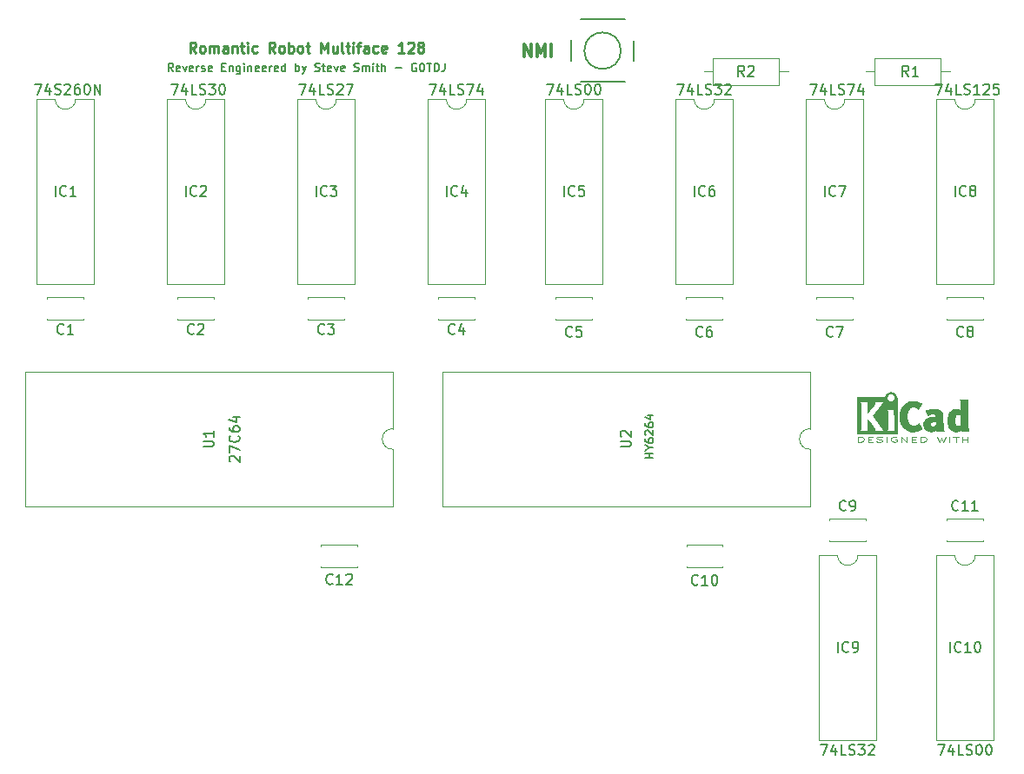
<source format=gto>
G04 #@! TF.FileFunction,Legend,Top*
%FSLAX46Y46*%
G04 Gerber Fmt 4.6, Leading zero omitted, Abs format (unit mm)*
G04 Created by KiCad (PCBNEW 4.0.5) date 09/11/17 10:35:41*
%MOMM*%
%LPD*%
G01*
G04 APERTURE LIST*
%ADD10C,0.100000*%
%ADD11C,0.150000*%
%ADD12C,0.300000*%
%ADD13C,0.200000*%
%ADD14C,0.250000*%
%ADD15C,0.120000*%
%ADD16C,0.203200*%
%ADD17C,0.010000*%
%ADD18C,0.125000*%
G04 APERTURE END LIST*
D10*
D11*
X147427905Y-108521238D02*
X146627905Y-108521238D01*
X147008857Y-108521238D02*
X147008857Y-108064095D01*
X147427905Y-108064095D02*
X146627905Y-108064095D01*
X147046952Y-107530762D02*
X147427905Y-107530762D01*
X146627905Y-107797429D02*
X147046952Y-107530762D01*
X146627905Y-107264095D01*
X146627905Y-106654572D02*
X146627905Y-106806953D01*
X146666000Y-106883143D01*
X146704095Y-106921238D01*
X146818381Y-106997429D01*
X146970762Y-107035524D01*
X147275524Y-107035524D01*
X147351714Y-106997429D01*
X147389810Y-106959334D01*
X147427905Y-106883143D01*
X147427905Y-106730762D01*
X147389810Y-106654572D01*
X147351714Y-106616476D01*
X147275524Y-106578381D01*
X147085048Y-106578381D01*
X147008857Y-106616476D01*
X146970762Y-106654572D01*
X146932667Y-106730762D01*
X146932667Y-106883143D01*
X146970762Y-106959334D01*
X147008857Y-106997429D01*
X147085048Y-107035524D01*
X146704095Y-106273619D02*
X146666000Y-106235524D01*
X146627905Y-106159333D01*
X146627905Y-105968857D01*
X146666000Y-105892667D01*
X146704095Y-105854571D01*
X146780286Y-105816476D01*
X146856476Y-105816476D01*
X146970762Y-105854571D01*
X147427905Y-106311714D01*
X147427905Y-105816476D01*
X146627905Y-105130762D02*
X146627905Y-105283143D01*
X146666000Y-105359333D01*
X146704095Y-105397428D01*
X146818381Y-105473619D01*
X146970762Y-105511714D01*
X147275524Y-105511714D01*
X147351714Y-105473619D01*
X147389810Y-105435524D01*
X147427905Y-105359333D01*
X147427905Y-105206952D01*
X147389810Y-105130762D01*
X147351714Y-105092666D01*
X147275524Y-105054571D01*
X147085048Y-105054571D01*
X147008857Y-105092666D01*
X146970762Y-105130762D01*
X146932667Y-105206952D01*
X146932667Y-105359333D01*
X146970762Y-105435524D01*
X147008857Y-105473619D01*
X147085048Y-105511714D01*
X146894571Y-104368857D02*
X147427905Y-104368857D01*
X146589810Y-104559333D02*
X147161238Y-104749809D01*
X147161238Y-104254571D01*
D12*
X134829714Y-69376857D02*
X134829714Y-68176857D01*
X135515429Y-69376857D01*
X135515429Y-68176857D01*
X136086857Y-69376857D02*
X136086857Y-68176857D01*
X136486857Y-69034000D01*
X136886857Y-68176857D01*
X136886857Y-69376857D01*
X137458286Y-69376857D02*
X137458286Y-68176857D01*
D13*
X100655475Y-70846905D02*
X100388808Y-70465952D01*
X100198332Y-70846905D02*
X100198332Y-70046905D01*
X100503094Y-70046905D01*
X100579285Y-70085000D01*
X100617380Y-70123095D01*
X100655475Y-70199286D01*
X100655475Y-70313571D01*
X100617380Y-70389762D01*
X100579285Y-70427857D01*
X100503094Y-70465952D01*
X100198332Y-70465952D01*
X101303094Y-70808810D02*
X101226904Y-70846905D01*
X101074523Y-70846905D01*
X100998332Y-70808810D01*
X100960237Y-70732619D01*
X100960237Y-70427857D01*
X100998332Y-70351667D01*
X101074523Y-70313571D01*
X101226904Y-70313571D01*
X101303094Y-70351667D01*
X101341189Y-70427857D01*
X101341189Y-70504048D01*
X100960237Y-70580238D01*
X101607856Y-70313571D02*
X101798332Y-70846905D01*
X101988808Y-70313571D01*
X102598332Y-70808810D02*
X102522142Y-70846905D01*
X102369761Y-70846905D01*
X102293570Y-70808810D01*
X102255475Y-70732619D01*
X102255475Y-70427857D01*
X102293570Y-70351667D01*
X102369761Y-70313571D01*
X102522142Y-70313571D01*
X102598332Y-70351667D01*
X102636427Y-70427857D01*
X102636427Y-70504048D01*
X102255475Y-70580238D01*
X102979284Y-70846905D02*
X102979284Y-70313571D01*
X102979284Y-70465952D02*
X103017379Y-70389762D01*
X103055475Y-70351667D01*
X103131665Y-70313571D01*
X103207856Y-70313571D01*
X103436427Y-70808810D02*
X103512617Y-70846905D01*
X103664998Y-70846905D01*
X103741189Y-70808810D01*
X103779284Y-70732619D01*
X103779284Y-70694524D01*
X103741189Y-70618333D01*
X103664998Y-70580238D01*
X103550713Y-70580238D01*
X103474522Y-70542143D01*
X103436427Y-70465952D01*
X103436427Y-70427857D01*
X103474522Y-70351667D01*
X103550713Y-70313571D01*
X103664998Y-70313571D01*
X103741189Y-70351667D01*
X104426903Y-70808810D02*
X104350713Y-70846905D01*
X104198332Y-70846905D01*
X104122141Y-70808810D01*
X104084046Y-70732619D01*
X104084046Y-70427857D01*
X104122141Y-70351667D01*
X104198332Y-70313571D01*
X104350713Y-70313571D01*
X104426903Y-70351667D01*
X104464998Y-70427857D01*
X104464998Y-70504048D01*
X104084046Y-70580238D01*
X105417379Y-70427857D02*
X105684046Y-70427857D01*
X105798332Y-70846905D02*
X105417379Y-70846905D01*
X105417379Y-70046905D01*
X105798332Y-70046905D01*
X106141189Y-70313571D02*
X106141189Y-70846905D01*
X106141189Y-70389762D02*
X106179284Y-70351667D01*
X106255475Y-70313571D01*
X106369761Y-70313571D01*
X106445951Y-70351667D01*
X106484046Y-70427857D01*
X106484046Y-70846905D01*
X107207856Y-70313571D02*
X107207856Y-70961190D01*
X107169761Y-71037381D01*
X107131666Y-71075476D01*
X107055475Y-71113571D01*
X106941190Y-71113571D01*
X106864999Y-71075476D01*
X107207856Y-70808810D02*
X107131666Y-70846905D01*
X106979285Y-70846905D01*
X106903094Y-70808810D01*
X106864999Y-70770714D01*
X106826904Y-70694524D01*
X106826904Y-70465952D01*
X106864999Y-70389762D01*
X106903094Y-70351667D01*
X106979285Y-70313571D01*
X107131666Y-70313571D01*
X107207856Y-70351667D01*
X107588809Y-70846905D02*
X107588809Y-70313571D01*
X107588809Y-70046905D02*
X107550714Y-70085000D01*
X107588809Y-70123095D01*
X107626904Y-70085000D01*
X107588809Y-70046905D01*
X107588809Y-70123095D01*
X107969761Y-70313571D02*
X107969761Y-70846905D01*
X107969761Y-70389762D02*
X108007856Y-70351667D01*
X108084047Y-70313571D01*
X108198333Y-70313571D01*
X108274523Y-70351667D01*
X108312618Y-70427857D01*
X108312618Y-70846905D01*
X108998333Y-70808810D02*
X108922143Y-70846905D01*
X108769762Y-70846905D01*
X108693571Y-70808810D01*
X108655476Y-70732619D01*
X108655476Y-70427857D01*
X108693571Y-70351667D01*
X108769762Y-70313571D01*
X108922143Y-70313571D01*
X108998333Y-70351667D01*
X109036428Y-70427857D01*
X109036428Y-70504048D01*
X108655476Y-70580238D01*
X109684047Y-70808810D02*
X109607857Y-70846905D01*
X109455476Y-70846905D01*
X109379285Y-70808810D01*
X109341190Y-70732619D01*
X109341190Y-70427857D01*
X109379285Y-70351667D01*
X109455476Y-70313571D01*
X109607857Y-70313571D01*
X109684047Y-70351667D01*
X109722142Y-70427857D01*
X109722142Y-70504048D01*
X109341190Y-70580238D01*
X110064999Y-70846905D02*
X110064999Y-70313571D01*
X110064999Y-70465952D02*
X110103094Y-70389762D01*
X110141190Y-70351667D01*
X110217380Y-70313571D01*
X110293571Y-70313571D01*
X110864999Y-70808810D02*
X110788809Y-70846905D01*
X110636428Y-70846905D01*
X110560237Y-70808810D01*
X110522142Y-70732619D01*
X110522142Y-70427857D01*
X110560237Y-70351667D01*
X110636428Y-70313571D01*
X110788809Y-70313571D01*
X110864999Y-70351667D01*
X110903094Y-70427857D01*
X110903094Y-70504048D01*
X110522142Y-70580238D01*
X111588808Y-70846905D02*
X111588808Y-70046905D01*
X111588808Y-70808810D02*
X111512618Y-70846905D01*
X111360237Y-70846905D01*
X111284046Y-70808810D01*
X111245951Y-70770714D01*
X111207856Y-70694524D01*
X111207856Y-70465952D01*
X111245951Y-70389762D01*
X111284046Y-70351667D01*
X111360237Y-70313571D01*
X111512618Y-70313571D01*
X111588808Y-70351667D01*
X112579285Y-70846905D02*
X112579285Y-70046905D01*
X112579285Y-70351667D02*
X112655476Y-70313571D01*
X112807857Y-70313571D01*
X112884047Y-70351667D01*
X112922142Y-70389762D01*
X112960238Y-70465952D01*
X112960238Y-70694524D01*
X112922142Y-70770714D01*
X112884047Y-70808810D01*
X112807857Y-70846905D01*
X112655476Y-70846905D01*
X112579285Y-70808810D01*
X113226905Y-70313571D02*
X113417381Y-70846905D01*
X113607857Y-70313571D02*
X113417381Y-70846905D01*
X113341190Y-71037381D01*
X113303095Y-71075476D01*
X113226905Y-71113571D01*
X114484048Y-70808810D02*
X114598334Y-70846905D01*
X114788810Y-70846905D01*
X114865000Y-70808810D01*
X114903096Y-70770714D01*
X114941191Y-70694524D01*
X114941191Y-70618333D01*
X114903096Y-70542143D01*
X114865000Y-70504048D01*
X114788810Y-70465952D01*
X114636429Y-70427857D01*
X114560238Y-70389762D01*
X114522143Y-70351667D01*
X114484048Y-70275476D01*
X114484048Y-70199286D01*
X114522143Y-70123095D01*
X114560238Y-70085000D01*
X114636429Y-70046905D01*
X114826905Y-70046905D01*
X114941191Y-70085000D01*
X115169762Y-70313571D02*
X115474524Y-70313571D01*
X115284048Y-70046905D02*
X115284048Y-70732619D01*
X115322143Y-70808810D01*
X115398334Y-70846905D01*
X115474524Y-70846905D01*
X116045953Y-70808810D02*
X115969763Y-70846905D01*
X115817382Y-70846905D01*
X115741191Y-70808810D01*
X115703096Y-70732619D01*
X115703096Y-70427857D01*
X115741191Y-70351667D01*
X115817382Y-70313571D01*
X115969763Y-70313571D01*
X116045953Y-70351667D01*
X116084048Y-70427857D01*
X116084048Y-70504048D01*
X115703096Y-70580238D01*
X116350715Y-70313571D02*
X116541191Y-70846905D01*
X116731667Y-70313571D01*
X117341191Y-70808810D02*
X117265001Y-70846905D01*
X117112620Y-70846905D01*
X117036429Y-70808810D01*
X116998334Y-70732619D01*
X116998334Y-70427857D01*
X117036429Y-70351667D01*
X117112620Y-70313571D01*
X117265001Y-70313571D01*
X117341191Y-70351667D01*
X117379286Y-70427857D01*
X117379286Y-70504048D01*
X116998334Y-70580238D01*
X118293572Y-70808810D02*
X118407858Y-70846905D01*
X118598334Y-70846905D01*
X118674524Y-70808810D01*
X118712620Y-70770714D01*
X118750715Y-70694524D01*
X118750715Y-70618333D01*
X118712620Y-70542143D01*
X118674524Y-70504048D01*
X118598334Y-70465952D01*
X118445953Y-70427857D01*
X118369762Y-70389762D01*
X118331667Y-70351667D01*
X118293572Y-70275476D01*
X118293572Y-70199286D01*
X118331667Y-70123095D01*
X118369762Y-70085000D01*
X118445953Y-70046905D01*
X118636429Y-70046905D01*
X118750715Y-70085000D01*
X119093572Y-70846905D02*
X119093572Y-70313571D01*
X119093572Y-70389762D02*
X119131667Y-70351667D01*
X119207858Y-70313571D01*
X119322144Y-70313571D01*
X119398334Y-70351667D01*
X119436429Y-70427857D01*
X119436429Y-70846905D01*
X119436429Y-70427857D02*
X119474525Y-70351667D01*
X119550715Y-70313571D01*
X119665001Y-70313571D01*
X119741191Y-70351667D01*
X119779286Y-70427857D01*
X119779286Y-70846905D01*
X120160239Y-70846905D02*
X120160239Y-70313571D01*
X120160239Y-70046905D02*
X120122144Y-70085000D01*
X120160239Y-70123095D01*
X120198334Y-70085000D01*
X120160239Y-70046905D01*
X120160239Y-70123095D01*
X120426905Y-70313571D02*
X120731667Y-70313571D01*
X120541191Y-70046905D02*
X120541191Y-70732619D01*
X120579286Y-70808810D01*
X120655477Y-70846905D01*
X120731667Y-70846905D01*
X120998334Y-70846905D02*
X120998334Y-70046905D01*
X121341191Y-70846905D02*
X121341191Y-70427857D01*
X121303096Y-70351667D01*
X121226906Y-70313571D01*
X121112620Y-70313571D01*
X121036429Y-70351667D01*
X120998334Y-70389762D01*
X122331668Y-70542143D02*
X122941192Y-70542143D01*
X124350716Y-70085000D02*
X124274525Y-70046905D01*
X124160240Y-70046905D01*
X124045954Y-70085000D01*
X123969763Y-70161190D01*
X123931668Y-70237381D01*
X123893573Y-70389762D01*
X123893573Y-70504048D01*
X123931668Y-70656429D01*
X123969763Y-70732619D01*
X124045954Y-70808810D01*
X124160240Y-70846905D01*
X124236430Y-70846905D01*
X124350716Y-70808810D01*
X124388811Y-70770714D01*
X124388811Y-70504048D01*
X124236430Y-70504048D01*
X124884049Y-70046905D02*
X124960240Y-70046905D01*
X125036430Y-70085000D01*
X125074525Y-70123095D01*
X125112621Y-70199286D01*
X125150716Y-70351667D01*
X125150716Y-70542143D01*
X125112621Y-70694524D01*
X125074525Y-70770714D01*
X125036430Y-70808810D01*
X124960240Y-70846905D01*
X124884049Y-70846905D01*
X124807859Y-70808810D01*
X124769763Y-70770714D01*
X124731668Y-70694524D01*
X124693573Y-70542143D01*
X124693573Y-70351667D01*
X124731668Y-70199286D01*
X124769763Y-70123095D01*
X124807859Y-70085000D01*
X124884049Y-70046905D01*
X125379287Y-70046905D02*
X125836430Y-70046905D01*
X125607859Y-70846905D02*
X125607859Y-70046905D01*
X126103097Y-70846905D02*
X126103097Y-70046905D01*
X126293573Y-70046905D01*
X126407859Y-70085000D01*
X126484050Y-70161190D01*
X126522145Y-70237381D01*
X126560240Y-70389762D01*
X126560240Y-70504048D01*
X126522145Y-70656429D01*
X126484050Y-70732619D01*
X126407859Y-70808810D01*
X126293573Y-70846905D01*
X126103097Y-70846905D01*
X127131669Y-70046905D02*
X127131669Y-70618333D01*
X127093573Y-70732619D01*
X127017383Y-70808810D01*
X126903097Y-70846905D01*
X126826907Y-70846905D01*
D14*
X102879285Y-69032381D02*
X102545951Y-68556190D01*
X102307856Y-69032381D02*
X102307856Y-68032381D01*
X102688809Y-68032381D01*
X102784047Y-68080000D01*
X102831666Y-68127619D01*
X102879285Y-68222857D01*
X102879285Y-68365714D01*
X102831666Y-68460952D01*
X102784047Y-68508571D01*
X102688809Y-68556190D01*
X102307856Y-68556190D01*
X103450713Y-69032381D02*
X103355475Y-68984762D01*
X103307856Y-68937143D01*
X103260237Y-68841905D01*
X103260237Y-68556190D01*
X103307856Y-68460952D01*
X103355475Y-68413333D01*
X103450713Y-68365714D01*
X103593571Y-68365714D01*
X103688809Y-68413333D01*
X103736428Y-68460952D01*
X103784047Y-68556190D01*
X103784047Y-68841905D01*
X103736428Y-68937143D01*
X103688809Y-68984762D01*
X103593571Y-69032381D01*
X103450713Y-69032381D01*
X104212618Y-69032381D02*
X104212618Y-68365714D01*
X104212618Y-68460952D02*
X104260237Y-68413333D01*
X104355475Y-68365714D01*
X104498333Y-68365714D01*
X104593571Y-68413333D01*
X104641190Y-68508571D01*
X104641190Y-69032381D01*
X104641190Y-68508571D02*
X104688809Y-68413333D01*
X104784047Y-68365714D01*
X104926904Y-68365714D01*
X105022142Y-68413333D01*
X105069761Y-68508571D01*
X105069761Y-69032381D01*
X105974523Y-69032381D02*
X105974523Y-68508571D01*
X105926904Y-68413333D01*
X105831666Y-68365714D01*
X105641189Y-68365714D01*
X105545951Y-68413333D01*
X105974523Y-68984762D02*
X105879285Y-69032381D01*
X105641189Y-69032381D01*
X105545951Y-68984762D01*
X105498332Y-68889524D01*
X105498332Y-68794286D01*
X105545951Y-68699048D01*
X105641189Y-68651429D01*
X105879285Y-68651429D01*
X105974523Y-68603810D01*
X106450713Y-68365714D02*
X106450713Y-69032381D01*
X106450713Y-68460952D02*
X106498332Y-68413333D01*
X106593570Y-68365714D01*
X106736428Y-68365714D01*
X106831666Y-68413333D01*
X106879285Y-68508571D01*
X106879285Y-69032381D01*
X107212618Y-68365714D02*
X107593570Y-68365714D01*
X107355475Y-68032381D02*
X107355475Y-68889524D01*
X107403094Y-68984762D01*
X107498332Y-69032381D01*
X107593570Y-69032381D01*
X107926904Y-69032381D02*
X107926904Y-68365714D01*
X107926904Y-68032381D02*
X107879285Y-68080000D01*
X107926904Y-68127619D01*
X107974523Y-68080000D01*
X107926904Y-68032381D01*
X107926904Y-68127619D01*
X108831666Y-68984762D02*
X108736428Y-69032381D01*
X108545951Y-69032381D01*
X108450713Y-68984762D01*
X108403094Y-68937143D01*
X108355475Y-68841905D01*
X108355475Y-68556190D01*
X108403094Y-68460952D01*
X108450713Y-68413333D01*
X108545951Y-68365714D01*
X108736428Y-68365714D01*
X108831666Y-68413333D01*
X110593571Y-69032381D02*
X110260237Y-68556190D01*
X110022142Y-69032381D02*
X110022142Y-68032381D01*
X110403095Y-68032381D01*
X110498333Y-68080000D01*
X110545952Y-68127619D01*
X110593571Y-68222857D01*
X110593571Y-68365714D01*
X110545952Y-68460952D01*
X110498333Y-68508571D01*
X110403095Y-68556190D01*
X110022142Y-68556190D01*
X111164999Y-69032381D02*
X111069761Y-68984762D01*
X111022142Y-68937143D01*
X110974523Y-68841905D01*
X110974523Y-68556190D01*
X111022142Y-68460952D01*
X111069761Y-68413333D01*
X111164999Y-68365714D01*
X111307857Y-68365714D01*
X111403095Y-68413333D01*
X111450714Y-68460952D01*
X111498333Y-68556190D01*
X111498333Y-68841905D01*
X111450714Y-68937143D01*
X111403095Y-68984762D01*
X111307857Y-69032381D01*
X111164999Y-69032381D01*
X111926904Y-69032381D02*
X111926904Y-68032381D01*
X111926904Y-68413333D02*
X112022142Y-68365714D01*
X112212619Y-68365714D01*
X112307857Y-68413333D01*
X112355476Y-68460952D01*
X112403095Y-68556190D01*
X112403095Y-68841905D01*
X112355476Y-68937143D01*
X112307857Y-68984762D01*
X112212619Y-69032381D01*
X112022142Y-69032381D01*
X111926904Y-68984762D01*
X112974523Y-69032381D02*
X112879285Y-68984762D01*
X112831666Y-68937143D01*
X112784047Y-68841905D01*
X112784047Y-68556190D01*
X112831666Y-68460952D01*
X112879285Y-68413333D01*
X112974523Y-68365714D01*
X113117381Y-68365714D01*
X113212619Y-68413333D01*
X113260238Y-68460952D01*
X113307857Y-68556190D01*
X113307857Y-68841905D01*
X113260238Y-68937143D01*
X113212619Y-68984762D01*
X113117381Y-69032381D01*
X112974523Y-69032381D01*
X113593571Y-68365714D02*
X113974523Y-68365714D01*
X113736428Y-68032381D02*
X113736428Y-68889524D01*
X113784047Y-68984762D01*
X113879285Y-69032381D01*
X113974523Y-69032381D01*
X115069762Y-69032381D02*
X115069762Y-68032381D01*
X115403096Y-68746667D01*
X115736429Y-68032381D01*
X115736429Y-69032381D01*
X116641191Y-68365714D02*
X116641191Y-69032381D01*
X116212619Y-68365714D02*
X116212619Y-68889524D01*
X116260238Y-68984762D01*
X116355476Y-69032381D01*
X116498334Y-69032381D01*
X116593572Y-68984762D01*
X116641191Y-68937143D01*
X117260238Y-69032381D02*
X117165000Y-68984762D01*
X117117381Y-68889524D01*
X117117381Y-68032381D01*
X117498334Y-68365714D02*
X117879286Y-68365714D01*
X117641191Y-68032381D02*
X117641191Y-68889524D01*
X117688810Y-68984762D01*
X117784048Y-69032381D01*
X117879286Y-69032381D01*
X118212620Y-69032381D02*
X118212620Y-68365714D01*
X118212620Y-68032381D02*
X118165001Y-68080000D01*
X118212620Y-68127619D01*
X118260239Y-68080000D01*
X118212620Y-68032381D01*
X118212620Y-68127619D01*
X118545953Y-68365714D02*
X118926905Y-68365714D01*
X118688810Y-69032381D02*
X118688810Y-68175238D01*
X118736429Y-68080000D01*
X118831667Y-68032381D01*
X118926905Y-68032381D01*
X119688811Y-69032381D02*
X119688811Y-68508571D01*
X119641192Y-68413333D01*
X119545954Y-68365714D01*
X119355477Y-68365714D01*
X119260239Y-68413333D01*
X119688811Y-68984762D02*
X119593573Y-69032381D01*
X119355477Y-69032381D01*
X119260239Y-68984762D01*
X119212620Y-68889524D01*
X119212620Y-68794286D01*
X119260239Y-68699048D01*
X119355477Y-68651429D01*
X119593573Y-68651429D01*
X119688811Y-68603810D01*
X120593573Y-68984762D02*
X120498335Y-69032381D01*
X120307858Y-69032381D01*
X120212620Y-68984762D01*
X120165001Y-68937143D01*
X120117382Y-68841905D01*
X120117382Y-68556190D01*
X120165001Y-68460952D01*
X120212620Y-68413333D01*
X120307858Y-68365714D01*
X120498335Y-68365714D01*
X120593573Y-68413333D01*
X121403097Y-68984762D02*
X121307859Y-69032381D01*
X121117382Y-69032381D01*
X121022144Y-68984762D01*
X120974525Y-68889524D01*
X120974525Y-68508571D01*
X121022144Y-68413333D01*
X121117382Y-68365714D01*
X121307859Y-68365714D01*
X121403097Y-68413333D01*
X121450716Y-68508571D01*
X121450716Y-68603810D01*
X120974525Y-68699048D01*
X123165002Y-69032381D02*
X122593573Y-69032381D01*
X122879287Y-69032381D02*
X122879287Y-68032381D01*
X122784049Y-68175238D01*
X122688811Y-68270476D01*
X122593573Y-68318095D01*
X123545954Y-68127619D02*
X123593573Y-68080000D01*
X123688811Y-68032381D01*
X123926907Y-68032381D01*
X124022145Y-68080000D01*
X124069764Y-68127619D01*
X124117383Y-68222857D01*
X124117383Y-68318095D01*
X124069764Y-68460952D01*
X123498335Y-69032381D01*
X124117383Y-69032381D01*
X124688811Y-68460952D02*
X124593573Y-68413333D01*
X124545954Y-68365714D01*
X124498335Y-68270476D01*
X124498335Y-68222857D01*
X124545954Y-68127619D01*
X124593573Y-68080000D01*
X124688811Y-68032381D01*
X124879288Y-68032381D01*
X124974526Y-68080000D01*
X125022145Y-68127619D01*
X125069764Y-68222857D01*
X125069764Y-68270476D01*
X125022145Y-68365714D01*
X124974526Y-68413333D01*
X124879288Y-68460952D01*
X124688811Y-68460952D01*
X124593573Y-68508571D01*
X124545954Y-68556190D01*
X124498335Y-68651429D01*
X124498335Y-68841905D01*
X124545954Y-68937143D01*
X124593573Y-68984762D01*
X124688811Y-69032381D01*
X124879288Y-69032381D01*
X124974526Y-68984762D01*
X125022145Y-68937143D01*
X125069764Y-68841905D01*
X125069764Y-68651429D01*
X125022145Y-68556190D01*
X124974526Y-68508571D01*
X124879288Y-68460952D01*
D15*
X151400000Y-73540000D02*
X149630000Y-73540000D01*
X149630000Y-73540000D02*
X149630000Y-91560000D01*
X149630000Y-91560000D02*
X155170000Y-91560000D01*
X155170000Y-91560000D02*
X155170000Y-73540000D01*
X155170000Y-73540000D02*
X153400000Y-73540000D01*
X153400000Y-73540000D02*
G75*
G02X151400000Y-73540000I-1000000J0D01*
G01*
X88390000Y-92870000D02*
X91910000Y-92870000D01*
X88390000Y-95090000D02*
X91910000Y-95090000D01*
X88390000Y-92870000D02*
X88390000Y-92984000D01*
X88390000Y-94976000D02*
X88390000Y-95090000D01*
X91910000Y-92870000D02*
X91910000Y-92984000D01*
X91910000Y-94976000D02*
X91910000Y-95090000D01*
X101090000Y-92870000D02*
X104610000Y-92870000D01*
X101090000Y-95090000D02*
X104610000Y-95090000D01*
X101090000Y-92870000D02*
X101090000Y-92984000D01*
X101090000Y-94976000D02*
X101090000Y-95090000D01*
X104610000Y-92870000D02*
X104610000Y-92984000D01*
X104610000Y-94976000D02*
X104610000Y-95090000D01*
X113790000Y-92870000D02*
X117310000Y-92870000D01*
X113790000Y-95090000D02*
X117310000Y-95090000D01*
X113790000Y-92870000D02*
X113790000Y-92984000D01*
X113790000Y-94976000D02*
X113790000Y-95090000D01*
X117310000Y-92870000D02*
X117310000Y-92984000D01*
X117310000Y-94976000D02*
X117310000Y-95090000D01*
X126490000Y-92870000D02*
X130010000Y-92870000D01*
X126490000Y-95090000D02*
X130010000Y-95090000D01*
X126490000Y-92870000D02*
X126490000Y-92984000D01*
X126490000Y-94976000D02*
X126490000Y-95090000D01*
X130010000Y-92870000D02*
X130010000Y-92984000D01*
X130010000Y-94976000D02*
X130010000Y-95090000D01*
X137920000Y-92870000D02*
X141440000Y-92870000D01*
X137920000Y-95090000D02*
X141440000Y-95090000D01*
X137920000Y-92870000D02*
X137920000Y-92984000D01*
X137920000Y-94976000D02*
X137920000Y-95090000D01*
X141440000Y-92870000D02*
X141440000Y-92984000D01*
X141440000Y-94976000D02*
X141440000Y-95090000D01*
X150620000Y-92870000D02*
X154140000Y-92870000D01*
X150620000Y-95090000D02*
X154140000Y-95090000D01*
X150620000Y-92870000D02*
X150620000Y-92984000D01*
X150620000Y-94976000D02*
X150620000Y-95090000D01*
X154140000Y-92870000D02*
X154140000Y-92984000D01*
X154140000Y-94976000D02*
X154140000Y-95090000D01*
X163320000Y-92870000D02*
X166840000Y-92870000D01*
X163320000Y-95090000D02*
X166840000Y-95090000D01*
X163320000Y-92870000D02*
X163320000Y-92984000D01*
X163320000Y-94976000D02*
X163320000Y-95090000D01*
X166840000Y-92870000D02*
X166840000Y-92984000D01*
X166840000Y-94976000D02*
X166840000Y-95090000D01*
X176020000Y-92870000D02*
X179540000Y-92870000D01*
X176020000Y-95090000D02*
X179540000Y-95090000D01*
X176020000Y-92870000D02*
X176020000Y-92984000D01*
X176020000Y-94976000D02*
X176020000Y-95090000D01*
X179540000Y-92870000D02*
X179540000Y-92984000D01*
X179540000Y-94976000D02*
X179540000Y-95090000D01*
X164590000Y-114460000D02*
X168110000Y-114460000D01*
X164590000Y-116680000D02*
X168110000Y-116680000D01*
X164590000Y-114460000D02*
X164590000Y-114574000D01*
X164590000Y-116566000D02*
X164590000Y-116680000D01*
X168110000Y-114460000D02*
X168110000Y-114574000D01*
X168110000Y-116566000D02*
X168110000Y-116680000D01*
X154180000Y-119220000D02*
X150660000Y-119220000D01*
X154180000Y-117000000D02*
X150660000Y-117000000D01*
X154180000Y-119220000D02*
X154180000Y-119106000D01*
X154180000Y-117114000D02*
X154180000Y-117000000D01*
X150660000Y-119220000D02*
X150660000Y-119106000D01*
X150660000Y-117114000D02*
X150660000Y-117000000D01*
X176020000Y-114460000D02*
X179540000Y-114460000D01*
X176020000Y-116680000D02*
X179540000Y-116680000D01*
X176020000Y-114460000D02*
X176020000Y-114574000D01*
X176020000Y-116566000D02*
X176020000Y-116680000D01*
X179540000Y-114460000D02*
X179540000Y-114574000D01*
X179540000Y-116566000D02*
X179540000Y-116680000D01*
X115060000Y-117000000D02*
X118580000Y-117000000D01*
X115060000Y-119220000D02*
X118580000Y-119220000D01*
X115060000Y-117000000D02*
X115060000Y-117114000D01*
X115060000Y-119106000D02*
X115060000Y-119220000D01*
X118580000Y-117000000D02*
X118580000Y-117114000D01*
X118580000Y-119106000D02*
X118580000Y-119220000D01*
X89170000Y-73540000D02*
X87400000Y-73540000D01*
X87400000Y-73540000D02*
X87400000Y-91560000D01*
X87400000Y-91560000D02*
X92940000Y-91560000D01*
X92940000Y-91560000D02*
X92940000Y-73540000D01*
X92940000Y-73540000D02*
X91170000Y-73540000D01*
X91170000Y-73540000D02*
G75*
G02X89170000Y-73540000I-1000000J0D01*
G01*
X101870000Y-73540000D02*
X100100000Y-73540000D01*
X100100000Y-73540000D02*
X100100000Y-91560000D01*
X100100000Y-91560000D02*
X105640000Y-91560000D01*
X105640000Y-91560000D02*
X105640000Y-73540000D01*
X105640000Y-73540000D02*
X103870000Y-73540000D01*
X103870000Y-73540000D02*
G75*
G02X101870000Y-73540000I-1000000J0D01*
G01*
X114570000Y-73540000D02*
X112800000Y-73540000D01*
X112800000Y-73540000D02*
X112800000Y-91560000D01*
X112800000Y-91560000D02*
X118340000Y-91560000D01*
X118340000Y-91560000D02*
X118340000Y-73540000D01*
X118340000Y-73540000D02*
X116570000Y-73540000D01*
X116570000Y-73540000D02*
G75*
G02X114570000Y-73540000I-1000000J0D01*
G01*
X127270000Y-73540000D02*
X125500000Y-73540000D01*
X125500000Y-73540000D02*
X125500000Y-91560000D01*
X125500000Y-91560000D02*
X131040000Y-91560000D01*
X131040000Y-91560000D02*
X131040000Y-73540000D01*
X131040000Y-73540000D02*
X129270000Y-73540000D01*
X129270000Y-73540000D02*
G75*
G02X127270000Y-73540000I-1000000J0D01*
G01*
X138700000Y-73540000D02*
X136930000Y-73540000D01*
X136930000Y-73540000D02*
X136930000Y-91560000D01*
X136930000Y-91560000D02*
X142470000Y-91560000D01*
X142470000Y-91560000D02*
X142470000Y-73540000D01*
X142470000Y-73540000D02*
X140700000Y-73540000D01*
X140700000Y-73540000D02*
G75*
G02X138700000Y-73540000I-1000000J0D01*
G01*
X164100000Y-73540000D02*
X162330000Y-73540000D01*
X162330000Y-73540000D02*
X162330000Y-91560000D01*
X162330000Y-91560000D02*
X167870000Y-91560000D01*
X167870000Y-91560000D02*
X167870000Y-73540000D01*
X167870000Y-73540000D02*
X166100000Y-73540000D01*
X166100000Y-73540000D02*
G75*
G02X164100000Y-73540000I-1000000J0D01*
G01*
X176800000Y-73540000D02*
X175030000Y-73540000D01*
X175030000Y-73540000D02*
X175030000Y-91560000D01*
X175030000Y-91560000D02*
X180570000Y-91560000D01*
X180570000Y-91560000D02*
X180570000Y-73540000D01*
X180570000Y-73540000D02*
X178800000Y-73540000D01*
X178800000Y-73540000D02*
G75*
G02X176800000Y-73540000I-1000000J0D01*
G01*
X165370000Y-117990000D02*
X163600000Y-117990000D01*
X163600000Y-117990000D02*
X163600000Y-136010000D01*
X163600000Y-136010000D02*
X169140000Y-136010000D01*
X169140000Y-136010000D02*
X169140000Y-117990000D01*
X169140000Y-117990000D02*
X167370000Y-117990000D01*
X167370000Y-117990000D02*
G75*
G02X165370000Y-117990000I-1000000J0D01*
G01*
X176800000Y-117990000D02*
X175030000Y-117990000D01*
X175030000Y-117990000D02*
X175030000Y-136010000D01*
X175030000Y-136010000D02*
X180570000Y-136010000D01*
X180570000Y-136010000D02*
X180570000Y-117990000D01*
X180570000Y-117990000D02*
X178800000Y-117990000D01*
X178800000Y-117990000D02*
G75*
G02X176800000Y-117990000I-1000000J0D01*
G01*
X169002000Y-69556000D02*
X169002000Y-72176000D01*
X169002000Y-72176000D02*
X175422000Y-72176000D01*
X175422000Y-72176000D02*
X175422000Y-69556000D01*
X175422000Y-69556000D02*
X169002000Y-69556000D01*
X168112000Y-70866000D02*
X169002000Y-70866000D01*
X176312000Y-70866000D02*
X175422000Y-70866000D01*
X159674000Y-72176000D02*
X159674000Y-69556000D01*
X159674000Y-69556000D02*
X153254000Y-69556000D01*
X153254000Y-69556000D02*
X153254000Y-72176000D01*
X153254000Y-72176000D02*
X159674000Y-72176000D01*
X160564000Y-70866000D02*
X159674000Y-70866000D01*
X152364000Y-70866000D02*
X153254000Y-70866000D01*
D16*
X144653000Y-65786000D02*
X140335000Y-65786000D01*
X140335000Y-71882000D02*
X144653000Y-71882000D01*
X145542000Y-67836000D02*
X145542000Y-69850000D01*
X139446000Y-67806000D02*
X139446000Y-69850000D01*
X144272000Y-68834000D02*
G75*
G03X144272000Y-68834000I-1778000J0D01*
G01*
D15*
X122040000Y-105680000D02*
X122040000Y-100100000D01*
X122040000Y-100100000D02*
X86240000Y-100100000D01*
X86240000Y-100100000D02*
X86240000Y-113260000D01*
X86240000Y-113260000D02*
X122040000Y-113260000D01*
X122040000Y-113260000D02*
X122040000Y-107680000D01*
X122040000Y-107680000D02*
G75*
G02X122040000Y-105680000I0J1000000D01*
G01*
X162680000Y-105680000D02*
X162680000Y-100100000D01*
X162680000Y-100100000D02*
X126880000Y-100100000D01*
X126880000Y-100100000D02*
X126880000Y-113260000D01*
X126880000Y-113260000D02*
X162680000Y-113260000D01*
X162680000Y-113260000D02*
X162680000Y-107680000D01*
X162680000Y-107680000D02*
G75*
G02X162680000Y-105680000I0J1000000D01*
G01*
D17*
G36*
X170588123Y-102121881D02*
X170614873Y-102122486D01*
X170635587Y-102123671D01*
X170652537Y-102125671D01*
X170667996Y-102128718D01*
X170684238Y-102133047D01*
X170694856Y-102136220D01*
X170760528Y-102160253D01*
X170819308Y-102190629D01*
X170873626Y-102228804D01*
X170921466Y-102271783D01*
X170971119Y-102328065D01*
X171011533Y-102389072D01*
X171042448Y-102454274D01*
X171063601Y-102523140D01*
X171073346Y-102580741D01*
X171076937Y-102613231D01*
X171101454Y-102616734D01*
X171130690Y-102624862D01*
X171152888Y-102640261D01*
X171162559Y-102652087D01*
X171163455Y-102653680D01*
X171164293Y-102655965D01*
X171165075Y-102659280D01*
X171165805Y-102663966D01*
X171166482Y-102670365D01*
X171167111Y-102678816D01*
X171167691Y-102689661D01*
X171168225Y-102703239D01*
X171168716Y-102719891D01*
X171169164Y-102739958D01*
X171169572Y-102763780D01*
X171169942Y-102791697D01*
X171170275Y-102824051D01*
X171170574Y-102861182D01*
X171170840Y-102903430D01*
X171171075Y-102951136D01*
X171171281Y-103004640D01*
X171171460Y-103064283D01*
X171171614Y-103130405D01*
X171171745Y-103203348D01*
X171171854Y-103283450D01*
X171171944Y-103371054D01*
X171172017Y-103466499D01*
X171172073Y-103570126D01*
X171172116Y-103682276D01*
X171172146Y-103803289D01*
X171172167Y-103933505D01*
X171172179Y-104073265D01*
X171172186Y-104222911D01*
X171172187Y-104382781D01*
X171172187Y-104391354D01*
X171172186Y-104551685D01*
X171172181Y-104701773D01*
X171172171Y-104841961D01*
X171172153Y-104972590D01*
X171172126Y-105094001D01*
X171172087Y-105206536D01*
X171172035Y-105310536D01*
X171171967Y-105406342D01*
X171171883Y-105494297D01*
X171171779Y-105574741D01*
X171171653Y-105648015D01*
X171171505Y-105714462D01*
X171171331Y-105774423D01*
X171171131Y-105828239D01*
X171170901Y-105876251D01*
X171170640Y-105918801D01*
X171170346Y-105956230D01*
X171170018Y-105988880D01*
X171169652Y-106017093D01*
X171169248Y-106041208D01*
X171168803Y-106061569D01*
X171168315Y-106078516D01*
X171167783Y-106092391D01*
X171167204Y-106103535D01*
X171166576Y-106112290D01*
X171165898Y-106118997D01*
X171165167Y-106123997D01*
X171164382Y-106127632D01*
X171163540Y-106130243D01*
X171162640Y-106132172D01*
X171162210Y-106132918D01*
X171151008Y-106146948D01*
X171137851Y-106157892D01*
X171137581Y-106158054D01*
X171135725Y-106158824D01*
X171132632Y-106159548D01*
X171127982Y-106160226D01*
X171121453Y-106160861D01*
X171112724Y-106161452D01*
X171101473Y-106162002D01*
X171087379Y-106162513D01*
X171070121Y-106162985D01*
X171049378Y-106163421D01*
X171024828Y-106163820D01*
X170996149Y-106164186D01*
X170963021Y-106164519D01*
X170925122Y-106164821D01*
X170882131Y-106165094D01*
X170833726Y-106165338D01*
X170779587Y-106165555D01*
X170719391Y-106165746D01*
X170652818Y-106165914D01*
X170579546Y-106166059D01*
X170499254Y-106166182D01*
X170411621Y-106166286D01*
X170316324Y-106166372D01*
X170213044Y-106166441D01*
X170101458Y-106166494D01*
X169981246Y-106166533D01*
X169852085Y-106166560D01*
X169713655Y-106166575D01*
X169565635Y-106166581D01*
X169407702Y-106166578D01*
X169239536Y-106166569D01*
X169224038Y-106166568D01*
X169054923Y-106166553D01*
X168896071Y-106166532D01*
X168747159Y-106166505D01*
X168607869Y-106166470D01*
X168477877Y-106166425D01*
X168356863Y-106166368D01*
X168244507Y-106166299D01*
X168140487Y-106166216D01*
X168044482Y-106166117D01*
X167956170Y-106166002D01*
X167875232Y-106165867D01*
X167801346Y-106165713D01*
X167734191Y-106165537D01*
X167673445Y-106165338D01*
X167618789Y-106165115D01*
X167569900Y-106164866D01*
X167526458Y-106164589D01*
X167488142Y-106164284D01*
X167454630Y-106163948D01*
X167425603Y-106163581D01*
X167400738Y-106163180D01*
X167379714Y-106162745D01*
X167362211Y-106162273D01*
X167347908Y-106161764D01*
X167336483Y-106161215D01*
X167327616Y-106160626D01*
X167320985Y-106159995D01*
X167316269Y-106159320D01*
X167313148Y-106158600D01*
X167311300Y-106157834D01*
X167311243Y-106157799D01*
X167298085Y-106146583D01*
X167288754Y-106134634D01*
X167287953Y-106132696D01*
X167287204Y-106129457D01*
X167286503Y-106124580D01*
X167285851Y-106117729D01*
X167285244Y-106108567D01*
X167284681Y-106096757D01*
X167284162Y-106081963D01*
X167283683Y-106063849D01*
X167283244Y-106042077D01*
X167282842Y-106016312D01*
X167282476Y-105986217D01*
X167282145Y-105951454D01*
X167281846Y-105911688D01*
X167281579Y-105866582D01*
X167281341Y-105815800D01*
X167281131Y-105759004D01*
X167280946Y-105695858D01*
X167280787Y-105626027D01*
X167280649Y-105549172D01*
X167280534Y-105464958D01*
X167280437Y-105373048D01*
X167280358Y-105273106D01*
X167280296Y-105164794D01*
X167280248Y-105047777D01*
X167280213Y-104921717D01*
X167280189Y-104786279D01*
X167280174Y-104641125D01*
X167280167Y-104485919D01*
X167280167Y-104230916D01*
X167280170Y-104080720D01*
X167280178Y-103940426D01*
X167280193Y-103809692D01*
X167280216Y-103688177D01*
X167280250Y-103575542D01*
X167280297Y-103471444D01*
X167280359Y-103375542D01*
X167280437Y-103287497D01*
X167280535Y-103206966D01*
X167280654Y-103133610D01*
X167280795Y-103067086D01*
X167280901Y-103028750D01*
X167502295Y-103028750D01*
X167527028Y-103059116D01*
X167553599Y-103097776D01*
X167576295Y-103142617D01*
X167593048Y-103189392D01*
X167596063Y-103200881D01*
X167597077Y-103205660D01*
X167598015Y-103211557D01*
X167598880Y-103218996D01*
X167599675Y-103228402D01*
X167600405Y-103240200D01*
X167601074Y-103254812D01*
X167601686Y-103272664D01*
X167602243Y-103294181D01*
X167602751Y-103319786D01*
X167603213Y-103349904D01*
X167603634Y-103384959D01*
X167604015Y-103425376D01*
X167604363Y-103471578D01*
X167604680Y-103523992D01*
X167604971Y-103583040D01*
X167605239Y-103649147D01*
X167605488Y-103722737D01*
X167605722Y-103804235D01*
X167605945Y-103894066D01*
X167606161Y-103992653D01*
X167606374Y-104100421D01*
X167606587Y-104217795D01*
X167606804Y-104345198D01*
X167606872Y-104386063D01*
X167607064Y-104517713D01*
X167607197Y-104643812D01*
X167607272Y-104764013D01*
X167607290Y-104877972D01*
X167607252Y-104985345D01*
X167607159Y-105085788D01*
X167607012Y-105178955D01*
X167606812Y-105264502D01*
X167606559Y-105342084D01*
X167606254Y-105411357D01*
X167605899Y-105471977D01*
X167605494Y-105523599D01*
X167605041Y-105565877D01*
X167604539Y-105598469D01*
X167603990Y-105621028D01*
X167603639Y-105629604D01*
X167601419Y-105666840D01*
X167599098Y-105695667D01*
X167596380Y-105718256D01*
X167592969Y-105736779D01*
X167588569Y-105753410D01*
X167585417Y-105763127D01*
X167567562Y-105807123D01*
X167545653Y-105844883D01*
X167526465Y-105870093D01*
X167516157Y-105882787D01*
X167509344Y-105891857D01*
X167507708Y-105894688D01*
X167512871Y-105895015D01*
X167527841Y-105895327D01*
X167551846Y-105895620D01*
X167584108Y-105895890D01*
X167623853Y-105896134D01*
X167670307Y-105896347D01*
X167722694Y-105896527D01*
X167780239Y-105896668D01*
X167842168Y-105896769D01*
X167907704Y-105896824D01*
X167949875Y-105896834D01*
X168031187Y-105896805D01*
X168102479Y-105896714D01*
X168164314Y-105896552D01*
X168217254Y-105896311D01*
X168261862Y-105895981D01*
X168298702Y-105895556D01*
X168328335Y-105895025D01*
X168351326Y-105894380D01*
X168368237Y-105893614D01*
X168379630Y-105892717D01*
X168386069Y-105891681D01*
X168388116Y-105890498D01*
X168388034Y-105890219D01*
X168382861Y-105882355D01*
X168373914Y-105869321D01*
X168367249Y-105859792D01*
X168351156Y-105832312D01*
X168335424Y-105796858D01*
X168321039Y-105756017D01*
X168308985Y-105712379D01*
X168305814Y-105698396D01*
X168303799Y-105688715D01*
X168302033Y-105679185D01*
X168300495Y-105669058D01*
X168299164Y-105657586D01*
X168298022Y-105644022D01*
X168297047Y-105627619D01*
X168296219Y-105607629D01*
X168295519Y-105583305D01*
X168294926Y-105553900D01*
X168294419Y-105518665D01*
X168293980Y-105476855D01*
X168293587Y-105427720D01*
X168293221Y-105370515D01*
X168292861Y-105304491D01*
X168292487Y-105228901D01*
X168292344Y-105199107D01*
X168291999Y-105114041D01*
X168291812Y-105037334D01*
X168291779Y-104969245D01*
X168291900Y-104910033D01*
X168292173Y-104859957D01*
X168292596Y-104819275D01*
X168293167Y-104788247D01*
X168293885Y-104767132D01*
X168294747Y-104756189D01*
X168295318Y-104754607D01*
X168299143Y-104759055D01*
X168308672Y-104771336D01*
X168323377Y-104790729D01*
X168342729Y-104816514D01*
X168366197Y-104847972D01*
X168393254Y-104884381D01*
X168423370Y-104925023D01*
X168456015Y-104969177D01*
X168490661Y-105016122D01*
X168526778Y-105065140D01*
X168563836Y-105115510D01*
X168601308Y-105166512D01*
X168638663Y-105217425D01*
X168675372Y-105267531D01*
X168710906Y-105316108D01*
X168744736Y-105362437D01*
X168776332Y-105405798D01*
X168805166Y-105445471D01*
X168830708Y-105480735D01*
X168852429Y-105510871D01*
X168869800Y-105535159D01*
X168882291Y-105552878D01*
X168886017Y-105558279D01*
X168916778Y-105605486D01*
X168944157Y-105651705D01*
X168966924Y-105694740D01*
X168983852Y-105732392D01*
X168985045Y-105735438D01*
X168990502Y-105751143D01*
X168994091Y-105766463D01*
X168996177Y-105784279D01*
X168997126Y-105807468D01*
X168997312Y-105832012D01*
X168997312Y-105896837D01*
X169482959Y-105896835D01*
X169968605Y-105896834D01*
X169965170Y-105893877D01*
X170137667Y-105893877D01*
X170142825Y-105894342D01*
X170157767Y-105894784D01*
X170181693Y-105895198D01*
X170213804Y-105895578D01*
X170253299Y-105895919D01*
X170299379Y-105896214D01*
X170351245Y-105896459D01*
X170408097Y-105896647D01*
X170469135Y-105896772D01*
X170533559Y-105896830D01*
X170553027Y-105896834D01*
X170968388Y-105896834D01*
X170949090Y-105871698D01*
X170925445Y-105834803D01*
X170905107Y-105790818D01*
X170895284Y-105762750D01*
X170894238Y-105758626D01*
X170893277Y-105752989D01*
X170892396Y-105745383D01*
X170891593Y-105735353D01*
X170890860Y-105722444D01*
X170890195Y-105706199D01*
X170889593Y-105686165D01*
X170889048Y-105661884D01*
X170888556Y-105632903D01*
X170888113Y-105598765D01*
X170887714Y-105559015D01*
X170887354Y-105513198D01*
X170887029Y-105460858D01*
X170886734Y-105401541D01*
X170886465Y-105334790D01*
X170886216Y-105260150D01*
X170885984Y-105177166D01*
X170885763Y-105085383D01*
X170885549Y-104984345D01*
X170885338Y-104873596D01*
X170885142Y-104763094D01*
X170883469Y-103790750D01*
X170510255Y-103790750D01*
X170435948Y-103790784D01*
X170371613Y-103790894D01*
X170316642Y-103791089D01*
X170270422Y-103791382D01*
X170232346Y-103791784D01*
X170201801Y-103792304D01*
X170178178Y-103792954D01*
X170160867Y-103793745D01*
X170149258Y-103794688D01*
X170142740Y-103795794D01*
X170140703Y-103797074D01*
X170140787Y-103797365D01*
X170147058Y-103806286D01*
X170153890Y-103814563D01*
X170163522Y-103828397D01*
X170174942Y-103849141D01*
X170186671Y-103873634D01*
X170197231Y-103898720D01*
X170205144Y-103921238D01*
X170207117Y-103928334D01*
X170208131Y-103937701D01*
X170209078Y-103956969D01*
X170209957Y-103985456D01*
X170210768Y-104022481D01*
X170211511Y-104067362D01*
X170212187Y-104119417D01*
X170212795Y-104177965D01*
X170213336Y-104242324D01*
X170213809Y-104311814D01*
X170214215Y-104385751D01*
X170214553Y-104463456D01*
X170214824Y-104544245D01*
X170215027Y-104627439D01*
X170215163Y-104712354D01*
X170215231Y-104798311D01*
X170215231Y-104884626D01*
X170215164Y-104970619D01*
X170215030Y-105055608D01*
X170214828Y-105138911D01*
X170214559Y-105219848D01*
X170214222Y-105297735D01*
X170213818Y-105371893D01*
X170213346Y-105441639D01*
X170212807Y-105506292D01*
X170212201Y-105565170D01*
X170211527Y-105617592D01*
X170210786Y-105662876D01*
X170209978Y-105700341D01*
X170209102Y-105729304D01*
X170208159Y-105749086D01*
X170207148Y-105759003D01*
X170207090Y-105759250D01*
X170196932Y-105790504D01*
X170182401Y-105823464D01*
X170165641Y-105853665D01*
X170153245Y-105871388D01*
X170144056Y-105883482D01*
X170138461Y-105891951D01*
X170137667Y-105893877D01*
X169965170Y-105893877D01*
X169931801Y-105865157D01*
X169913910Y-105848450D01*
X169890808Y-105824864D01*
X169863796Y-105795862D01*
X169834177Y-105762907D01*
X169803255Y-105727462D01*
X169772331Y-105690988D01*
X169742708Y-105654948D01*
X169726696Y-105634896D01*
X169719120Y-105624945D01*
X169705728Y-105606958D01*
X169686913Y-105581471D01*
X169663065Y-105549020D01*
X169634576Y-105510141D01*
X169601837Y-105465370D01*
X169565240Y-105415244D01*
X169525176Y-105360299D01*
X169482035Y-105301070D01*
X169436210Y-105238095D01*
X169388091Y-105171909D01*
X169338071Y-105103048D01*
X169286539Y-105032049D01*
X169252024Y-104984462D01*
X168814919Y-104381654D01*
X168832446Y-104360046D01*
X168837923Y-104353260D01*
X168849613Y-104338747D01*
X168867101Y-104317028D01*
X168889965Y-104288621D01*
X168917789Y-104254047D01*
X168950154Y-104213826D01*
X168986642Y-104168479D01*
X169026833Y-104118524D01*
X169070311Y-104064482D01*
X169116656Y-104006874D01*
X169165449Y-103946218D01*
X169216274Y-103883035D01*
X169267094Y-103819854D01*
X169320050Y-103754049D01*
X169371764Y-103689847D01*
X169421785Y-103627808D01*
X169469658Y-103568492D01*
X169514930Y-103512457D01*
X169557148Y-103460265D01*
X169595859Y-103412474D01*
X169630610Y-103369643D01*
X169660947Y-103332333D01*
X169686418Y-103301103D01*
X169706568Y-103276512D01*
X169720946Y-103259120D01*
X169728477Y-103250199D01*
X169755620Y-103219994D01*
X169786031Y-103188032D01*
X169818087Y-103155862D01*
X169850166Y-103125035D01*
X169880643Y-103097098D01*
X169907898Y-103073603D01*
X169930306Y-103056098D01*
X169935674Y-103052359D01*
X169970866Y-103028750D01*
X169011092Y-103028750D01*
X169016777Y-103045057D01*
X169019316Y-103058657D01*
X169020442Y-103078419D01*
X169019946Y-103099297D01*
X169013976Y-103137145D01*
X169000683Y-103178437D01*
X168979769Y-103223788D01*
X168950938Y-103273810D01*
X168913891Y-103329118D01*
X168897677Y-103351542D01*
X168888439Y-103363779D01*
X168873704Y-103382902D01*
X168854037Y-103408195D01*
X168830005Y-103438944D01*
X168802175Y-103474434D01*
X168771112Y-103513950D01*
X168737382Y-103556777D01*
X168701552Y-103602201D01*
X168664189Y-103649507D01*
X168625858Y-103697980D01*
X168587125Y-103746906D01*
X168548557Y-103795569D01*
X168510721Y-103843255D01*
X168474181Y-103889250D01*
X168439506Y-103932837D01*
X168407260Y-103973303D01*
X168378011Y-104009933D01*
X168352323Y-104042012D01*
X168330765Y-104068825D01*
X168313901Y-104089658D01*
X168302298Y-104103796D01*
X168296523Y-104110523D01*
X168296038Y-104110975D01*
X168295023Y-104106509D01*
X168294119Y-104092436D01*
X168293325Y-104069735D01*
X168292641Y-104039383D01*
X168292066Y-104002356D01*
X168291600Y-103959631D01*
X168291241Y-103912187D01*
X168290990Y-103860999D01*
X168290844Y-103807045D01*
X168290805Y-103751302D01*
X168290871Y-103694748D01*
X168291042Y-103638358D01*
X168291316Y-103583111D01*
X168291694Y-103529983D01*
X168292175Y-103479952D01*
X168292757Y-103433994D01*
X168293441Y-103393086D01*
X168294226Y-103358206D01*
X168295111Y-103330331D01*
X168296095Y-103310438D01*
X168296564Y-103304423D01*
X168305912Y-103236022D01*
X168320390Y-103174173D01*
X168339702Y-103119790D01*
X168363554Y-103073786D01*
X168377341Y-103053886D01*
X168396638Y-103028750D01*
X167502295Y-103028750D01*
X167280901Y-103028750D01*
X167280962Y-103007054D01*
X167281156Y-102953174D01*
X167281380Y-102905104D01*
X167281634Y-102862503D01*
X167281922Y-102825030D01*
X167282245Y-102792345D01*
X167282606Y-102764106D01*
X167283006Y-102739973D01*
X167283448Y-102719604D01*
X167283933Y-102702659D01*
X167284464Y-102688797D01*
X167285042Y-102677676D01*
X167285671Y-102668956D01*
X167286351Y-102662296D01*
X167287084Y-102657356D01*
X167287874Y-102653793D01*
X167288722Y-102651267D01*
X167289629Y-102649437D01*
X167290599Y-102647962D01*
X167290646Y-102647897D01*
X167302907Y-102635354D01*
X167303532Y-102634935D01*
X170169291Y-102634935D01*
X170170866Y-102682779D01*
X170176933Y-102726998D01*
X170179833Y-102739702D01*
X170199791Y-102796944D01*
X170228819Y-102850146D01*
X170265842Y-102898225D01*
X170309784Y-102940099D01*
X170359569Y-102974685D01*
X170414121Y-103000899D01*
X170451089Y-103012795D01*
X170483811Y-103018874D01*
X170522977Y-103022281D01*
X170564776Y-103022963D01*
X170605397Y-103020864D01*
X170641029Y-103015932D01*
X170643021Y-103015524D01*
X170689679Y-103001306D01*
X170737042Y-102978766D01*
X170782355Y-102949585D01*
X170822866Y-102915444D01*
X170844305Y-102892593D01*
X170877679Y-102845815D01*
X170904375Y-102792885D01*
X170914103Y-102766813D01*
X170919696Y-102748996D01*
X170923592Y-102733204D01*
X170926097Y-102716816D01*
X170927517Y-102697209D01*
X170928157Y-102671764D01*
X170928315Y-102645104D01*
X170928217Y-102613231D01*
X170927579Y-102589338D01*
X170926103Y-102570828D01*
X170923488Y-102555100D01*
X170919432Y-102539556D01*
X170914243Y-102523396D01*
X170891226Y-102470647D01*
X170859369Y-102421124D01*
X170820093Y-102376098D01*
X170774817Y-102336841D01*
X170724963Y-102304624D01*
X170671950Y-102280718D01*
X170629792Y-102268758D01*
X170586295Y-102263051D01*
X170537972Y-102262424D01*
X170489151Y-102266647D01*
X170444161Y-102275492D01*
X170431354Y-102279238D01*
X170374633Y-102302856D01*
X170322767Y-102335227D01*
X170276752Y-102375297D01*
X170237584Y-102422010D01*
X170206259Y-102474310D01*
X170183772Y-102531143D01*
X170179639Y-102545973D01*
X170172214Y-102587866D01*
X170169291Y-102634935D01*
X167303532Y-102634935D01*
X167318339Y-102625023D01*
X167319227Y-102624590D01*
X167321745Y-102623684D01*
X167325598Y-102622844D01*
X167331169Y-102622067D01*
X167338843Y-102621350D01*
X167349002Y-102620692D01*
X167362032Y-102620089D01*
X167378316Y-102619539D01*
X167398238Y-102619041D01*
X167422182Y-102618591D01*
X167450531Y-102618187D01*
X167483671Y-102617826D01*
X167521984Y-102617507D01*
X167565854Y-102617226D01*
X167615667Y-102616982D01*
X167671804Y-102616772D01*
X167734651Y-102616593D01*
X167804592Y-102616443D01*
X167882010Y-102616320D01*
X167967289Y-102616221D01*
X168060813Y-102616144D01*
X168162966Y-102616086D01*
X168274133Y-102616046D01*
X168394696Y-102616019D01*
X168525040Y-102616005D01*
X168665549Y-102616000D01*
X168678723Y-102616000D01*
X168820192Y-102615996D01*
X168951455Y-102615982D01*
X169072891Y-102615956D01*
X169184878Y-102615916D01*
X169287793Y-102615858D01*
X169382016Y-102615782D01*
X169467924Y-102615684D01*
X169545894Y-102615562D01*
X169616306Y-102615414D01*
X169679536Y-102615237D01*
X169735964Y-102615029D01*
X169785967Y-102614788D01*
X169829923Y-102614511D01*
X169868210Y-102614196D01*
X169901207Y-102613841D01*
X169929291Y-102613443D01*
X169952841Y-102613000D01*
X169972233Y-102612510D01*
X169987848Y-102611970D01*
X170000062Y-102611377D01*
X170009253Y-102610731D01*
X170015800Y-102610027D01*
X170020081Y-102609264D01*
X170022473Y-102608440D01*
X170023330Y-102607630D01*
X170025604Y-102596553D01*
X170026542Y-102581850D01*
X170028429Y-102563250D01*
X170033560Y-102537733D01*
X170041137Y-102508164D01*
X170050365Y-102477408D01*
X170060445Y-102448331D01*
X170070382Y-102424226D01*
X170102886Y-102365145D01*
X170143612Y-102309608D01*
X170191035Y-102259121D01*
X170243630Y-102215186D01*
X170299872Y-102179309D01*
X170336989Y-102161307D01*
X170371345Y-102147323D01*
X170401221Y-102136959D01*
X170429357Y-102129711D01*
X170458490Y-102125076D01*
X170491358Y-102122553D01*
X170530702Y-102121636D01*
X170553062Y-102121621D01*
X170588123Y-102121881D01*
X170588123Y-102121881D01*
G37*
X170588123Y-102121881D02*
X170614873Y-102122486D01*
X170635587Y-102123671D01*
X170652537Y-102125671D01*
X170667996Y-102128718D01*
X170684238Y-102133047D01*
X170694856Y-102136220D01*
X170760528Y-102160253D01*
X170819308Y-102190629D01*
X170873626Y-102228804D01*
X170921466Y-102271783D01*
X170971119Y-102328065D01*
X171011533Y-102389072D01*
X171042448Y-102454274D01*
X171063601Y-102523140D01*
X171073346Y-102580741D01*
X171076937Y-102613231D01*
X171101454Y-102616734D01*
X171130690Y-102624862D01*
X171152888Y-102640261D01*
X171162559Y-102652087D01*
X171163455Y-102653680D01*
X171164293Y-102655965D01*
X171165075Y-102659280D01*
X171165805Y-102663966D01*
X171166482Y-102670365D01*
X171167111Y-102678816D01*
X171167691Y-102689661D01*
X171168225Y-102703239D01*
X171168716Y-102719891D01*
X171169164Y-102739958D01*
X171169572Y-102763780D01*
X171169942Y-102791697D01*
X171170275Y-102824051D01*
X171170574Y-102861182D01*
X171170840Y-102903430D01*
X171171075Y-102951136D01*
X171171281Y-103004640D01*
X171171460Y-103064283D01*
X171171614Y-103130405D01*
X171171745Y-103203348D01*
X171171854Y-103283450D01*
X171171944Y-103371054D01*
X171172017Y-103466499D01*
X171172073Y-103570126D01*
X171172116Y-103682276D01*
X171172146Y-103803289D01*
X171172167Y-103933505D01*
X171172179Y-104073265D01*
X171172186Y-104222911D01*
X171172187Y-104382781D01*
X171172187Y-104391354D01*
X171172186Y-104551685D01*
X171172181Y-104701773D01*
X171172171Y-104841961D01*
X171172153Y-104972590D01*
X171172126Y-105094001D01*
X171172087Y-105206536D01*
X171172035Y-105310536D01*
X171171967Y-105406342D01*
X171171883Y-105494297D01*
X171171779Y-105574741D01*
X171171653Y-105648015D01*
X171171505Y-105714462D01*
X171171331Y-105774423D01*
X171171131Y-105828239D01*
X171170901Y-105876251D01*
X171170640Y-105918801D01*
X171170346Y-105956230D01*
X171170018Y-105988880D01*
X171169652Y-106017093D01*
X171169248Y-106041208D01*
X171168803Y-106061569D01*
X171168315Y-106078516D01*
X171167783Y-106092391D01*
X171167204Y-106103535D01*
X171166576Y-106112290D01*
X171165898Y-106118997D01*
X171165167Y-106123997D01*
X171164382Y-106127632D01*
X171163540Y-106130243D01*
X171162640Y-106132172D01*
X171162210Y-106132918D01*
X171151008Y-106146948D01*
X171137851Y-106157892D01*
X171137581Y-106158054D01*
X171135725Y-106158824D01*
X171132632Y-106159548D01*
X171127982Y-106160226D01*
X171121453Y-106160861D01*
X171112724Y-106161452D01*
X171101473Y-106162002D01*
X171087379Y-106162513D01*
X171070121Y-106162985D01*
X171049378Y-106163421D01*
X171024828Y-106163820D01*
X170996149Y-106164186D01*
X170963021Y-106164519D01*
X170925122Y-106164821D01*
X170882131Y-106165094D01*
X170833726Y-106165338D01*
X170779587Y-106165555D01*
X170719391Y-106165746D01*
X170652818Y-106165914D01*
X170579546Y-106166059D01*
X170499254Y-106166182D01*
X170411621Y-106166286D01*
X170316324Y-106166372D01*
X170213044Y-106166441D01*
X170101458Y-106166494D01*
X169981246Y-106166533D01*
X169852085Y-106166560D01*
X169713655Y-106166575D01*
X169565635Y-106166581D01*
X169407702Y-106166578D01*
X169239536Y-106166569D01*
X169224038Y-106166568D01*
X169054923Y-106166553D01*
X168896071Y-106166532D01*
X168747159Y-106166505D01*
X168607869Y-106166470D01*
X168477877Y-106166425D01*
X168356863Y-106166368D01*
X168244507Y-106166299D01*
X168140487Y-106166216D01*
X168044482Y-106166117D01*
X167956170Y-106166002D01*
X167875232Y-106165867D01*
X167801346Y-106165713D01*
X167734191Y-106165537D01*
X167673445Y-106165338D01*
X167618789Y-106165115D01*
X167569900Y-106164866D01*
X167526458Y-106164589D01*
X167488142Y-106164284D01*
X167454630Y-106163948D01*
X167425603Y-106163581D01*
X167400738Y-106163180D01*
X167379714Y-106162745D01*
X167362211Y-106162273D01*
X167347908Y-106161764D01*
X167336483Y-106161215D01*
X167327616Y-106160626D01*
X167320985Y-106159995D01*
X167316269Y-106159320D01*
X167313148Y-106158600D01*
X167311300Y-106157834D01*
X167311243Y-106157799D01*
X167298085Y-106146583D01*
X167288754Y-106134634D01*
X167287953Y-106132696D01*
X167287204Y-106129457D01*
X167286503Y-106124580D01*
X167285851Y-106117729D01*
X167285244Y-106108567D01*
X167284681Y-106096757D01*
X167284162Y-106081963D01*
X167283683Y-106063849D01*
X167283244Y-106042077D01*
X167282842Y-106016312D01*
X167282476Y-105986217D01*
X167282145Y-105951454D01*
X167281846Y-105911688D01*
X167281579Y-105866582D01*
X167281341Y-105815800D01*
X167281131Y-105759004D01*
X167280946Y-105695858D01*
X167280787Y-105626027D01*
X167280649Y-105549172D01*
X167280534Y-105464958D01*
X167280437Y-105373048D01*
X167280358Y-105273106D01*
X167280296Y-105164794D01*
X167280248Y-105047777D01*
X167280213Y-104921717D01*
X167280189Y-104786279D01*
X167280174Y-104641125D01*
X167280167Y-104485919D01*
X167280167Y-104230916D01*
X167280170Y-104080720D01*
X167280178Y-103940426D01*
X167280193Y-103809692D01*
X167280216Y-103688177D01*
X167280250Y-103575542D01*
X167280297Y-103471444D01*
X167280359Y-103375542D01*
X167280437Y-103287497D01*
X167280535Y-103206966D01*
X167280654Y-103133610D01*
X167280795Y-103067086D01*
X167280901Y-103028750D01*
X167502295Y-103028750D01*
X167527028Y-103059116D01*
X167553599Y-103097776D01*
X167576295Y-103142617D01*
X167593048Y-103189392D01*
X167596063Y-103200881D01*
X167597077Y-103205660D01*
X167598015Y-103211557D01*
X167598880Y-103218996D01*
X167599675Y-103228402D01*
X167600405Y-103240200D01*
X167601074Y-103254812D01*
X167601686Y-103272664D01*
X167602243Y-103294181D01*
X167602751Y-103319786D01*
X167603213Y-103349904D01*
X167603634Y-103384959D01*
X167604015Y-103425376D01*
X167604363Y-103471578D01*
X167604680Y-103523992D01*
X167604971Y-103583040D01*
X167605239Y-103649147D01*
X167605488Y-103722737D01*
X167605722Y-103804235D01*
X167605945Y-103894066D01*
X167606161Y-103992653D01*
X167606374Y-104100421D01*
X167606587Y-104217795D01*
X167606804Y-104345198D01*
X167606872Y-104386063D01*
X167607064Y-104517713D01*
X167607197Y-104643812D01*
X167607272Y-104764013D01*
X167607290Y-104877972D01*
X167607252Y-104985345D01*
X167607159Y-105085788D01*
X167607012Y-105178955D01*
X167606812Y-105264502D01*
X167606559Y-105342084D01*
X167606254Y-105411357D01*
X167605899Y-105471977D01*
X167605494Y-105523599D01*
X167605041Y-105565877D01*
X167604539Y-105598469D01*
X167603990Y-105621028D01*
X167603639Y-105629604D01*
X167601419Y-105666840D01*
X167599098Y-105695667D01*
X167596380Y-105718256D01*
X167592969Y-105736779D01*
X167588569Y-105753410D01*
X167585417Y-105763127D01*
X167567562Y-105807123D01*
X167545653Y-105844883D01*
X167526465Y-105870093D01*
X167516157Y-105882787D01*
X167509344Y-105891857D01*
X167507708Y-105894688D01*
X167512871Y-105895015D01*
X167527841Y-105895327D01*
X167551846Y-105895620D01*
X167584108Y-105895890D01*
X167623853Y-105896134D01*
X167670307Y-105896347D01*
X167722694Y-105896527D01*
X167780239Y-105896668D01*
X167842168Y-105896769D01*
X167907704Y-105896824D01*
X167949875Y-105896834D01*
X168031187Y-105896805D01*
X168102479Y-105896714D01*
X168164314Y-105896552D01*
X168217254Y-105896311D01*
X168261862Y-105895981D01*
X168298702Y-105895556D01*
X168328335Y-105895025D01*
X168351326Y-105894380D01*
X168368237Y-105893614D01*
X168379630Y-105892717D01*
X168386069Y-105891681D01*
X168388116Y-105890498D01*
X168388034Y-105890219D01*
X168382861Y-105882355D01*
X168373914Y-105869321D01*
X168367249Y-105859792D01*
X168351156Y-105832312D01*
X168335424Y-105796858D01*
X168321039Y-105756017D01*
X168308985Y-105712379D01*
X168305814Y-105698396D01*
X168303799Y-105688715D01*
X168302033Y-105679185D01*
X168300495Y-105669058D01*
X168299164Y-105657586D01*
X168298022Y-105644022D01*
X168297047Y-105627619D01*
X168296219Y-105607629D01*
X168295519Y-105583305D01*
X168294926Y-105553900D01*
X168294419Y-105518665D01*
X168293980Y-105476855D01*
X168293587Y-105427720D01*
X168293221Y-105370515D01*
X168292861Y-105304491D01*
X168292487Y-105228901D01*
X168292344Y-105199107D01*
X168291999Y-105114041D01*
X168291812Y-105037334D01*
X168291779Y-104969245D01*
X168291900Y-104910033D01*
X168292173Y-104859957D01*
X168292596Y-104819275D01*
X168293167Y-104788247D01*
X168293885Y-104767132D01*
X168294747Y-104756189D01*
X168295318Y-104754607D01*
X168299143Y-104759055D01*
X168308672Y-104771336D01*
X168323377Y-104790729D01*
X168342729Y-104816514D01*
X168366197Y-104847972D01*
X168393254Y-104884381D01*
X168423370Y-104925023D01*
X168456015Y-104969177D01*
X168490661Y-105016122D01*
X168526778Y-105065140D01*
X168563836Y-105115510D01*
X168601308Y-105166512D01*
X168638663Y-105217425D01*
X168675372Y-105267531D01*
X168710906Y-105316108D01*
X168744736Y-105362437D01*
X168776332Y-105405798D01*
X168805166Y-105445471D01*
X168830708Y-105480735D01*
X168852429Y-105510871D01*
X168869800Y-105535159D01*
X168882291Y-105552878D01*
X168886017Y-105558279D01*
X168916778Y-105605486D01*
X168944157Y-105651705D01*
X168966924Y-105694740D01*
X168983852Y-105732392D01*
X168985045Y-105735438D01*
X168990502Y-105751143D01*
X168994091Y-105766463D01*
X168996177Y-105784279D01*
X168997126Y-105807468D01*
X168997312Y-105832012D01*
X168997312Y-105896837D01*
X169482959Y-105896835D01*
X169968605Y-105896834D01*
X169965170Y-105893877D01*
X170137667Y-105893877D01*
X170142825Y-105894342D01*
X170157767Y-105894784D01*
X170181693Y-105895198D01*
X170213804Y-105895578D01*
X170253299Y-105895919D01*
X170299379Y-105896214D01*
X170351245Y-105896459D01*
X170408097Y-105896647D01*
X170469135Y-105896772D01*
X170533559Y-105896830D01*
X170553027Y-105896834D01*
X170968388Y-105896834D01*
X170949090Y-105871698D01*
X170925445Y-105834803D01*
X170905107Y-105790818D01*
X170895284Y-105762750D01*
X170894238Y-105758626D01*
X170893277Y-105752989D01*
X170892396Y-105745383D01*
X170891593Y-105735353D01*
X170890860Y-105722444D01*
X170890195Y-105706199D01*
X170889593Y-105686165D01*
X170889048Y-105661884D01*
X170888556Y-105632903D01*
X170888113Y-105598765D01*
X170887714Y-105559015D01*
X170887354Y-105513198D01*
X170887029Y-105460858D01*
X170886734Y-105401541D01*
X170886465Y-105334790D01*
X170886216Y-105260150D01*
X170885984Y-105177166D01*
X170885763Y-105085383D01*
X170885549Y-104984345D01*
X170885338Y-104873596D01*
X170885142Y-104763094D01*
X170883469Y-103790750D01*
X170510255Y-103790750D01*
X170435948Y-103790784D01*
X170371613Y-103790894D01*
X170316642Y-103791089D01*
X170270422Y-103791382D01*
X170232346Y-103791784D01*
X170201801Y-103792304D01*
X170178178Y-103792954D01*
X170160867Y-103793745D01*
X170149258Y-103794688D01*
X170142740Y-103795794D01*
X170140703Y-103797074D01*
X170140787Y-103797365D01*
X170147058Y-103806286D01*
X170153890Y-103814563D01*
X170163522Y-103828397D01*
X170174942Y-103849141D01*
X170186671Y-103873634D01*
X170197231Y-103898720D01*
X170205144Y-103921238D01*
X170207117Y-103928334D01*
X170208131Y-103937701D01*
X170209078Y-103956969D01*
X170209957Y-103985456D01*
X170210768Y-104022481D01*
X170211511Y-104067362D01*
X170212187Y-104119417D01*
X170212795Y-104177965D01*
X170213336Y-104242324D01*
X170213809Y-104311814D01*
X170214215Y-104385751D01*
X170214553Y-104463456D01*
X170214824Y-104544245D01*
X170215027Y-104627439D01*
X170215163Y-104712354D01*
X170215231Y-104798311D01*
X170215231Y-104884626D01*
X170215164Y-104970619D01*
X170215030Y-105055608D01*
X170214828Y-105138911D01*
X170214559Y-105219848D01*
X170214222Y-105297735D01*
X170213818Y-105371893D01*
X170213346Y-105441639D01*
X170212807Y-105506292D01*
X170212201Y-105565170D01*
X170211527Y-105617592D01*
X170210786Y-105662876D01*
X170209978Y-105700341D01*
X170209102Y-105729304D01*
X170208159Y-105749086D01*
X170207148Y-105759003D01*
X170207090Y-105759250D01*
X170196932Y-105790504D01*
X170182401Y-105823464D01*
X170165641Y-105853665D01*
X170153245Y-105871388D01*
X170144056Y-105883482D01*
X170138461Y-105891951D01*
X170137667Y-105893877D01*
X169965170Y-105893877D01*
X169931801Y-105865157D01*
X169913910Y-105848450D01*
X169890808Y-105824864D01*
X169863796Y-105795862D01*
X169834177Y-105762907D01*
X169803255Y-105727462D01*
X169772331Y-105690988D01*
X169742708Y-105654948D01*
X169726696Y-105634896D01*
X169719120Y-105624945D01*
X169705728Y-105606958D01*
X169686913Y-105581471D01*
X169663065Y-105549020D01*
X169634576Y-105510141D01*
X169601837Y-105465370D01*
X169565240Y-105415244D01*
X169525176Y-105360299D01*
X169482035Y-105301070D01*
X169436210Y-105238095D01*
X169388091Y-105171909D01*
X169338071Y-105103048D01*
X169286539Y-105032049D01*
X169252024Y-104984462D01*
X168814919Y-104381654D01*
X168832446Y-104360046D01*
X168837923Y-104353260D01*
X168849613Y-104338747D01*
X168867101Y-104317028D01*
X168889965Y-104288621D01*
X168917789Y-104254047D01*
X168950154Y-104213826D01*
X168986642Y-104168479D01*
X169026833Y-104118524D01*
X169070311Y-104064482D01*
X169116656Y-104006874D01*
X169165449Y-103946218D01*
X169216274Y-103883035D01*
X169267094Y-103819854D01*
X169320050Y-103754049D01*
X169371764Y-103689847D01*
X169421785Y-103627808D01*
X169469658Y-103568492D01*
X169514930Y-103512457D01*
X169557148Y-103460265D01*
X169595859Y-103412474D01*
X169630610Y-103369643D01*
X169660947Y-103332333D01*
X169686418Y-103301103D01*
X169706568Y-103276512D01*
X169720946Y-103259120D01*
X169728477Y-103250199D01*
X169755620Y-103219994D01*
X169786031Y-103188032D01*
X169818087Y-103155862D01*
X169850166Y-103125035D01*
X169880643Y-103097098D01*
X169907898Y-103073603D01*
X169930306Y-103056098D01*
X169935674Y-103052359D01*
X169970866Y-103028750D01*
X169011092Y-103028750D01*
X169016777Y-103045057D01*
X169019316Y-103058657D01*
X169020442Y-103078419D01*
X169019946Y-103099297D01*
X169013976Y-103137145D01*
X169000683Y-103178437D01*
X168979769Y-103223788D01*
X168950938Y-103273810D01*
X168913891Y-103329118D01*
X168897677Y-103351542D01*
X168888439Y-103363779D01*
X168873704Y-103382902D01*
X168854037Y-103408195D01*
X168830005Y-103438944D01*
X168802175Y-103474434D01*
X168771112Y-103513950D01*
X168737382Y-103556777D01*
X168701552Y-103602201D01*
X168664189Y-103649507D01*
X168625858Y-103697980D01*
X168587125Y-103746906D01*
X168548557Y-103795569D01*
X168510721Y-103843255D01*
X168474181Y-103889250D01*
X168439506Y-103932837D01*
X168407260Y-103973303D01*
X168378011Y-104009933D01*
X168352323Y-104042012D01*
X168330765Y-104068825D01*
X168313901Y-104089658D01*
X168302298Y-104103796D01*
X168296523Y-104110523D01*
X168296038Y-104110975D01*
X168295023Y-104106509D01*
X168294119Y-104092436D01*
X168293325Y-104069735D01*
X168292641Y-104039383D01*
X168292066Y-104002356D01*
X168291600Y-103959631D01*
X168291241Y-103912187D01*
X168290990Y-103860999D01*
X168290844Y-103807045D01*
X168290805Y-103751302D01*
X168290871Y-103694748D01*
X168291042Y-103638358D01*
X168291316Y-103583111D01*
X168291694Y-103529983D01*
X168292175Y-103479952D01*
X168292757Y-103433994D01*
X168293441Y-103393086D01*
X168294226Y-103358206D01*
X168295111Y-103330331D01*
X168296095Y-103310438D01*
X168296564Y-103304423D01*
X168305912Y-103236022D01*
X168320390Y-103174173D01*
X168339702Y-103119790D01*
X168363554Y-103073786D01*
X168377341Y-103053886D01*
X168396638Y-103028750D01*
X167502295Y-103028750D01*
X167280901Y-103028750D01*
X167280962Y-103007054D01*
X167281156Y-102953174D01*
X167281380Y-102905104D01*
X167281634Y-102862503D01*
X167281922Y-102825030D01*
X167282245Y-102792345D01*
X167282606Y-102764106D01*
X167283006Y-102739973D01*
X167283448Y-102719604D01*
X167283933Y-102702659D01*
X167284464Y-102688797D01*
X167285042Y-102677676D01*
X167285671Y-102668956D01*
X167286351Y-102662296D01*
X167287084Y-102657356D01*
X167287874Y-102653793D01*
X167288722Y-102651267D01*
X167289629Y-102649437D01*
X167290599Y-102647962D01*
X167290646Y-102647897D01*
X167302907Y-102635354D01*
X167303532Y-102634935D01*
X170169291Y-102634935D01*
X170170866Y-102682779D01*
X170176933Y-102726998D01*
X170179833Y-102739702D01*
X170199791Y-102796944D01*
X170228819Y-102850146D01*
X170265842Y-102898225D01*
X170309784Y-102940099D01*
X170359569Y-102974685D01*
X170414121Y-103000899D01*
X170451089Y-103012795D01*
X170483811Y-103018874D01*
X170522977Y-103022281D01*
X170564776Y-103022963D01*
X170605397Y-103020864D01*
X170641029Y-103015932D01*
X170643021Y-103015524D01*
X170689679Y-103001306D01*
X170737042Y-102978766D01*
X170782355Y-102949585D01*
X170822866Y-102915444D01*
X170844305Y-102892593D01*
X170877679Y-102845815D01*
X170904375Y-102792885D01*
X170914103Y-102766813D01*
X170919696Y-102748996D01*
X170923592Y-102733204D01*
X170926097Y-102716816D01*
X170927517Y-102697209D01*
X170928157Y-102671764D01*
X170928315Y-102645104D01*
X170928217Y-102613231D01*
X170927579Y-102589338D01*
X170926103Y-102570828D01*
X170923488Y-102555100D01*
X170919432Y-102539556D01*
X170914243Y-102523396D01*
X170891226Y-102470647D01*
X170859369Y-102421124D01*
X170820093Y-102376098D01*
X170774817Y-102336841D01*
X170724963Y-102304624D01*
X170671950Y-102280718D01*
X170629792Y-102268758D01*
X170586295Y-102263051D01*
X170537972Y-102262424D01*
X170489151Y-102266647D01*
X170444161Y-102275492D01*
X170431354Y-102279238D01*
X170374633Y-102302856D01*
X170322767Y-102335227D01*
X170276752Y-102375297D01*
X170237584Y-102422010D01*
X170206259Y-102474310D01*
X170183772Y-102531143D01*
X170179639Y-102545973D01*
X170172214Y-102587866D01*
X170169291Y-102634935D01*
X167303532Y-102634935D01*
X167318339Y-102625023D01*
X167319227Y-102624590D01*
X167321745Y-102623684D01*
X167325598Y-102622844D01*
X167331169Y-102622067D01*
X167338843Y-102621350D01*
X167349002Y-102620692D01*
X167362032Y-102620089D01*
X167378316Y-102619539D01*
X167398238Y-102619041D01*
X167422182Y-102618591D01*
X167450531Y-102618187D01*
X167483671Y-102617826D01*
X167521984Y-102617507D01*
X167565854Y-102617226D01*
X167615667Y-102616982D01*
X167671804Y-102616772D01*
X167734651Y-102616593D01*
X167804592Y-102616443D01*
X167882010Y-102616320D01*
X167967289Y-102616221D01*
X168060813Y-102616144D01*
X168162966Y-102616086D01*
X168274133Y-102616046D01*
X168394696Y-102616019D01*
X168525040Y-102616005D01*
X168665549Y-102616000D01*
X168678723Y-102616000D01*
X168820192Y-102615996D01*
X168951455Y-102615982D01*
X169072891Y-102615956D01*
X169184878Y-102615916D01*
X169287793Y-102615858D01*
X169382016Y-102615782D01*
X169467924Y-102615684D01*
X169545894Y-102615562D01*
X169616306Y-102615414D01*
X169679536Y-102615237D01*
X169735964Y-102615029D01*
X169785967Y-102614788D01*
X169829923Y-102614511D01*
X169868210Y-102614196D01*
X169901207Y-102613841D01*
X169929291Y-102613443D01*
X169952841Y-102613000D01*
X169972233Y-102612510D01*
X169987848Y-102611970D01*
X170000062Y-102611377D01*
X170009253Y-102610731D01*
X170015800Y-102610027D01*
X170020081Y-102609264D01*
X170022473Y-102608440D01*
X170023330Y-102607630D01*
X170025604Y-102596553D01*
X170026542Y-102581850D01*
X170028429Y-102563250D01*
X170033560Y-102537733D01*
X170041137Y-102508164D01*
X170050365Y-102477408D01*
X170060445Y-102448331D01*
X170070382Y-102424226D01*
X170102886Y-102365145D01*
X170143612Y-102309608D01*
X170191035Y-102259121D01*
X170243630Y-102215186D01*
X170299872Y-102179309D01*
X170336989Y-102161307D01*
X170371345Y-102147323D01*
X170401221Y-102136959D01*
X170429357Y-102129711D01*
X170458490Y-102125076D01*
X170491358Y-102122553D01*
X170530702Y-102121636D01*
X170553062Y-102121621D01*
X170588123Y-102121881D01*
G36*
X172845090Y-102990010D02*
X172958753Y-103007933D01*
X173072741Y-103036130D01*
X173186629Y-103074689D01*
X173190958Y-103076363D01*
X173211699Y-103084969D01*
X173239744Y-103097399D01*
X173272968Y-103112670D01*
X173309249Y-103129797D01*
X173346462Y-103147796D01*
X173368229Y-103158542D01*
X173402981Y-103175566D01*
X173436232Y-103191341D01*
X173466314Y-103205116D01*
X173491557Y-103216137D01*
X173510293Y-103223652D01*
X173519042Y-103226529D01*
X173536951Y-103232336D01*
X173546421Y-103238272D01*
X173547553Y-103241139D01*
X173544535Y-103246659D01*
X173536139Y-103259881D01*
X173523025Y-103279845D01*
X173505851Y-103305593D01*
X173485275Y-103336167D01*
X173461954Y-103370607D01*
X173436548Y-103407955D01*
X173409714Y-103447252D01*
X173382110Y-103487539D01*
X173354395Y-103527858D01*
X173327228Y-103567249D01*
X173301265Y-103604754D01*
X173277165Y-103639414D01*
X173255587Y-103670270D01*
X173237189Y-103696363D01*
X173222628Y-103716736D01*
X173212564Y-103730428D01*
X173207653Y-103736481D01*
X173207371Y-103736685D01*
X173202260Y-103733694D01*
X173191448Y-103724447D01*
X173176511Y-103710371D01*
X173159025Y-103692894D01*
X173158686Y-103692546D01*
X173102595Y-103641498D01*
X173042966Y-103600080D01*
X172979331Y-103568113D01*
X172911219Y-103545418D01*
X172838162Y-103531818D01*
X172759689Y-103527133D01*
X172725395Y-103527766D01*
X172648941Y-103534996D01*
X172578849Y-103550533D01*
X172514593Y-103574647D01*
X172455650Y-103607608D01*
X172401492Y-103649688D01*
X172351596Y-103701155D01*
X172325690Y-103733682D01*
X172282238Y-103799850D01*
X172243750Y-103875022D01*
X172210378Y-103958777D01*
X172182272Y-104050694D01*
X172159584Y-104150351D01*
X172145079Y-104237896D01*
X172141473Y-104271467D01*
X172138672Y-104313508D01*
X172136675Y-104361935D01*
X172135484Y-104414665D01*
X172135099Y-104469615D01*
X172135518Y-104524702D01*
X172136742Y-104577843D01*
X172138772Y-104626955D01*
X172141606Y-104669954D01*
X172145086Y-104703563D01*
X172162283Y-104807489D01*
X172185376Y-104902780D01*
X172214453Y-104989649D01*
X172249607Y-105068310D01*
X172290927Y-105138979D01*
X172338504Y-105201868D01*
X172370130Y-105235995D01*
X172429605Y-105288686D01*
X172492561Y-105331410D01*
X172558760Y-105364108D01*
X172627963Y-105386722D01*
X172699933Y-105399191D01*
X172774430Y-105401459D01*
X172851216Y-105393464D01*
X172930053Y-105375150D01*
X172931667Y-105374673D01*
X173004985Y-105347438D01*
X173076468Y-105309867D01*
X173145920Y-105262079D01*
X173213145Y-105204191D01*
X173214006Y-105203370D01*
X173269425Y-105150458D01*
X173293267Y-105188948D01*
X173311116Y-105217845D01*
X173331784Y-105251446D01*
X173354683Y-105288784D01*
X173379225Y-105328891D01*
X173404822Y-105370801D01*
X173430886Y-105413545D01*
X173456829Y-105456156D01*
X173482063Y-105497666D01*
X173506000Y-105537109D01*
X173528052Y-105573516D01*
X173547631Y-105605921D01*
X173564148Y-105633355D01*
X173577017Y-105654852D01*
X173585648Y-105669443D01*
X173589455Y-105676162D01*
X173589584Y-105676470D01*
X173585558Y-105680532D01*
X173574316Y-105685732D01*
X173566667Y-105688352D01*
X173554198Y-105693259D01*
X173534507Y-105702270D01*
X173509644Y-105714392D01*
X173481658Y-105728629D01*
X173458187Y-105740986D01*
X173391837Y-105775857D01*
X173332741Y-105805501D01*
X173279354Y-105830571D01*
X173230130Y-105851720D01*
X173183525Y-105869603D01*
X173137993Y-105884873D01*
X173091990Y-105898183D01*
X173077758Y-105901920D01*
X172994555Y-105920255D01*
X172905940Y-105934269D01*
X172815337Y-105943625D01*
X172726167Y-105947987D01*
X172641855Y-105947017D01*
X172627396Y-105946246D01*
X172508300Y-105934505D01*
X172395059Y-105913963D01*
X172287537Y-105884539D01*
X172185599Y-105846157D01*
X172089110Y-105798738D01*
X171997935Y-105742203D01*
X171911939Y-105676474D01*
X171830986Y-105601472D01*
X171754940Y-105517119D01*
X171683668Y-105423337D01*
X171656351Y-105382991D01*
X171596428Y-105282486D01*
X171544714Y-105176253D01*
X171501101Y-105063980D01*
X171465480Y-104945352D01*
X171437743Y-104820053D01*
X171418087Y-104690334D01*
X171415208Y-104659415D01*
X171412825Y-104620204D01*
X171410969Y-104574981D01*
X171409675Y-104526029D01*
X171408977Y-104475627D01*
X171408908Y-104426056D01*
X171409501Y-104379599D01*
X171410791Y-104338535D01*
X171412478Y-104309334D01*
X171426528Y-104177700D01*
X171448276Y-104053124D01*
X171477880Y-103935238D01*
X171515498Y-103823675D01*
X171561286Y-103718067D01*
X171615402Y-103618046D01*
X171678005Y-103523245D01*
X171749250Y-103433295D01*
X171820414Y-103356663D01*
X171907311Y-103276646D01*
X171998808Y-103206030D01*
X172094477Y-103144902D01*
X172193892Y-103093349D01*
X172296624Y-103051459D01*
X172402246Y-103019319D01*
X172510331Y-102997017D01*
X172620452Y-102984640D01*
X172732180Y-102982275D01*
X172845090Y-102990010D01*
X172845090Y-102990010D01*
G37*
X172845090Y-102990010D02*
X172958753Y-103007933D01*
X173072741Y-103036130D01*
X173186629Y-103074689D01*
X173190958Y-103076363D01*
X173211699Y-103084969D01*
X173239744Y-103097399D01*
X173272968Y-103112670D01*
X173309249Y-103129797D01*
X173346462Y-103147796D01*
X173368229Y-103158542D01*
X173402981Y-103175566D01*
X173436232Y-103191341D01*
X173466314Y-103205116D01*
X173491557Y-103216137D01*
X173510293Y-103223652D01*
X173519042Y-103226529D01*
X173536951Y-103232336D01*
X173546421Y-103238272D01*
X173547553Y-103241139D01*
X173544535Y-103246659D01*
X173536139Y-103259881D01*
X173523025Y-103279845D01*
X173505851Y-103305593D01*
X173485275Y-103336167D01*
X173461954Y-103370607D01*
X173436548Y-103407955D01*
X173409714Y-103447252D01*
X173382110Y-103487539D01*
X173354395Y-103527858D01*
X173327228Y-103567249D01*
X173301265Y-103604754D01*
X173277165Y-103639414D01*
X173255587Y-103670270D01*
X173237189Y-103696363D01*
X173222628Y-103716736D01*
X173212564Y-103730428D01*
X173207653Y-103736481D01*
X173207371Y-103736685D01*
X173202260Y-103733694D01*
X173191448Y-103724447D01*
X173176511Y-103710371D01*
X173159025Y-103692894D01*
X173158686Y-103692546D01*
X173102595Y-103641498D01*
X173042966Y-103600080D01*
X172979331Y-103568113D01*
X172911219Y-103545418D01*
X172838162Y-103531818D01*
X172759689Y-103527133D01*
X172725395Y-103527766D01*
X172648941Y-103534996D01*
X172578849Y-103550533D01*
X172514593Y-103574647D01*
X172455650Y-103607608D01*
X172401492Y-103649688D01*
X172351596Y-103701155D01*
X172325690Y-103733682D01*
X172282238Y-103799850D01*
X172243750Y-103875022D01*
X172210378Y-103958777D01*
X172182272Y-104050694D01*
X172159584Y-104150351D01*
X172145079Y-104237896D01*
X172141473Y-104271467D01*
X172138672Y-104313508D01*
X172136675Y-104361935D01*
X172135484Y-104414665D01*
X172135099Y-104469615D01*
X172135518Y-104524702D01*
X172136742Y-104577843D01*
X172138772Y-104626955D01*
X172141606Y-104669954D01*
X172145086Y-104703563D01*
X172162283Y-104807489D01*
X172185376Y-104902780D01*
X172214453Y-104989649D01*
X172249607Y-105068310D01*
X172290927Y-105138979D01*
X172338504Y-105201868D01*
X172370130Y-105235995D01*
X172429605Y-105288686D01*
X172492561Y-105331410D01*
X172558760Y-105364108D01*
X172627963Y-105386722D01*
X172699933Y-105399191D01*
X172774430Y-105401459D01*
X172851216Y-105393464D01*
X172930053Y-105375150D01*
X172931667Y-105374673D01*
X173004985Y-105347438D01*
X173076468Y-105309867D01*
X173145920Y-105262079D01*
X173213145Y-105204191D01*
X173214006Y-105203370D01*
X173269425Y-105150458D01*
X173293267Y-105188948D01*
X173311116Y-105217845D01*
X173331784Y-105251446D01*
X173354683Y-105288784D01*
X173379225Y-105328891D01*
X173404822Y-105370801D01*
X173430886Y-105413545D01*
X173456829Y-105456156D01*
X173482063Y-105497666D01*
X173506000Y-105537109D01*
X173528052Y-105573516D01*
X173547631Y-105605921D01*
X173564148Y-105633355D01*
X173577017Y-105654852D01*
X173585648Y-105669443D01*
X173589455Y-105676162D01*
X173589584Y-105676470D01*
X173585558Y-105680532D01*
X173574316Y-105685732D01*
X173566667Y-105688352D01*
X173554198Y-105693259D01*
X173534507Y-105702270D01*
X173509644Y-105714392D01*
X173481658Y-105728629D01*
X173458187Y-105740986D01*
X173391837Y-105775857D01*
X173332741Y-105805501D01*
X173279354Y-105830571D01*
X173230130Y-105851720D01*
X173183525Y-105869603D01*
X173137993Y-105884873D01*
X173091990Y-105898183D01*
X173077758Y-105901920D01*
X172994555Y-105920255D01*
X172905940Y-105934269D01*
X172815337Y-105943625D01*
X172726167Y-105947987D01*
X172641855Y-105947017D01*
X172627396Y-105946246D01*
X172508300Y-105934505D01*
X172395059Y-105913963D01*
X172287537Y-105884539D01*
X172185599Y-105846157D01*
X172089110Y-105798738D01*
X171997935Y-105742203D01*
X171911939Y-105676474D01*
X171830986Y-105601472D01*
X171754940Y-105517119D01*
X171683668Y-105423337D01*
X171656351Y-105382991D01*
X171596428Y-105282486D01*
X171544714Y-105176253D01*
X171501101Y-105063980D01*
X171465480Y-104945352D01*
X171437743Y-104820053D01*
X171418087Y-104690334D01*
X171415208Y-104659415D01*
X171412825Y-104620204D01*
X171410969Y-104574981D01*
X171409675Y-104526029D01*
X171408977Y-104475627D01*
X171408908Y-104426056D01*
X171409501Y-104379599D01*
X171410791Y-104338535D01*
X171412478Y-104309334D01*
X171426528Y-104177700D01*
X171448276Y-104053124D01*
X171477880Y-103935238D01*
X171515498Y-103823675D01*
X171561286Y-103718067D01*
X171615402Y-103618046D01*
X171678005Y-103523245D01*
X171749250Y-103433295D01*
X171820414Y-103356663D01*
X171907311Y-103276646D01*
X171998808Y-103206030D01*
X172094477Y-103144902D01*
X172193892Y-103093349D01*
X172296624Y-103051459D01*
X172402246Y-103019319D01*
X172510331Y-102997017D01*
X172620452Y-102984640D01*
X172732180Y-102982275D01*
X172845090Y-102990010D01*
G36*
X174837664Y-103747499D02*
X174914115Y-103751688D01*
X174984856Y-103759030D01*
X175002732Y-103761579D01*
X175096090Y-103779887D01*
X175181797Y-103805210D01*
X175259768Y-103837488D01*
X175329917Y-103876664D01*
X175392157Y-103922678D01*
X175446401Y-103975471D01*
X175492563Y-104034985D01*
X175530556Y-104101160D01*
X175543858Y-104130454D01*
X175556872Y-104164434D01*
X175570248Y-104204728D01*
X175582745Y-104247189D01*
X175593121Y-104287670D01*
X175598569Y-104313193D01*
X175601897Y-104330861D01*
X175604885Y-104347190D01*
X175607553Y-104362824D01*
X175609924Y-104378409D01*
X175612020Y-104394590D01*
X175613862Y-104412012D01*
X175615473Y-104431321D01*
X175616873Y-104453162D01*
X175618086Y-104478181D01*
X175619133Y-104507023D01*
X175620035Y-104540333D01*
X175620814Y-104578757D01*
X175621493Y-104622940D01*
X175622094Y-104673528D01*
X175622637Y-104731165D01*
X175623145Y-104796498D01*
X175623640Y-104870171D01*
X175624143Y-104952830D01*
X175624677Y-105045121D01*
X175624948Y-105092500D01*
X175625510Y-105188993D01*
X175626041Y-105275475D01*
X175626553Y-105352517D01*
X175627056Y-105420691D01*
X175627561Y-105480568D01*
X175628078Y-105532720D01*
X175628617Y-105577719D01*
X175629189Y-105616137D01*
X175629806Y-105648546D01*
X175630476Y-105675516D01*
X175631211Y-105697620D01*
X175632022Y-105715429D01*
X175632918Y-105729515D01*
X175633911Y-105740451D01*
X175635011Y-105748806D01*
X175636229Y-105755154D01*
X175637246Y-105759010D01*
X175649430Y-105792636D01*
X175665386Y-105826674D01*
X175683120Y-105857209D01*
X175696770Y-105875915D01*
X175706940Y-105888451D01*
X175713589Y-105897346D01*
X175715083Y-105899980D01*
X175709934Y-105900340D01*
X175695058Y-105900682D01*
X175671310Y-105900999D01*
X175639547Y-105901287D01*
X175600625Y-105901541D01*
X175555399Y-105901756D01*
X175504725Y-105901926D01*
X175449461Y-105902047D01*
X175390461Y-105902113D01*
X175352604Y-105902125D01*
X174990125Y-105902125D01*
X174990125Y-105742313D01*
X174960804Y-105769110D01*
X174904558Y-105814067D01*
X174840657Y-105853694D01*
X174771081Y-105887046D01*
X174697808Y-105913178D01*
X174622817Y-105931144D01*
X174621078Y-105931456D01*
X174600610Y-105934247D01*
X174573086Y-105936816D01*
X174540903Y-105939062D01*
X174506459Y-105940882D01*
X174472153Y-105942174D01*
X174440381Y-105942835D01*
X174413542Y-105942763D01*
X174394034Y-105941855D01*
X174389521Y-105941341D01*
X174324633Y-105930882D01*
X174268216Y-105919326D01*
X174218167Y-105906079D01*
X174172384Y-105890549D01*
X174128767Y-105872139D01*
X174106417Y-105861319D01*
X174051707Y-105831418D01*
X174004207Y-105800045D01*
X173960582Y-105764826D01*
X173929378Y-105735438D01*
X173875883Y-105674828D01*
X173830861Y-105608026D01*
X173794427Y-105535330D01*
X173766693Y-105457038D01*
X173747775Y-105373449D01*
X173737787Y-105284863D01*
X173736683Y-105248405D01*
X174377802Y-105248405D01*
X174384538Y-105295110D01*
X174398755Y-105335148D01*
X174418357Y-105366516D01*
X174446342Y-105396286D01*
X174480508Y-105422785D01*
X174518655Y-105444344D01*
X174558583Y-105459291D01*
X174564146Y-105460750D01*
X174588078Y-105464669D01*
X174619045Y-105466875D01*
X174653640Y-105467378D01*
X174688455Y-105466187D01*
X174720084Y-105463312D01*
X174738771Y-105460248D01*
X174787341Y-105445261D01*
X174834365Y-105421746D01*
X174877529Y-105391275D01*
X174914517Y-105355422D01*
X174937173Y-105325388D01*
X174953083Y-105300594D01*
X174953083Y-104977370D01*
X174913180Y-104971435D01*
X174880875Y-104968076D01*
X174841527Y-104966200D01*
X174798564Y-104965781D01*
X174755417Y-104966792D01*
X174715516Y-104969205D01*
X174682292Y-104972993D01*
X174680442Y-104973287D01*
X174619597Y-104986303D01*
X174563432Y-105004583D01*
X174513416Y-105027480D01*
X174471022Y-105054349D01*
X174445099Y-105076730D01*
X174414677Y-105114371D01*
X174393141Y-105156533D01*
X174380759Y-105201712D01*
X174377802Y-105248405D01*
X173736683Y-105248405D01*
X173736128Y-105230084D01*
X173740739Y-105144623D01*
X173754726Y-105064049D01*
X173778032Y-104988446D01*
X173810603Y-104917898D01*
X173852382Y-104852490D01*
X173903315Y-104792305D01*
X173963345Y-104737427D01*
X174032416Y-104687941D01*
X174110474Y-104643931D01*
X174129101Y-104634872D01*
X174194739Y-104606798D01*
X174263967Y-104583199D01*
X174337699Y-104563930D01*
X174416854Y-104548844D01*
X174502345Y-104537797D01*
X174595091Y-104530642D01*
X174696006Y-104527236D01*
X174806008Y-104527431D01*
X174806080Y-104527433D01*
X174958375Y-104530019D01*
X174958375Y-104498828D01*
X174955033Y-104455766D01*
X174945756Y-104409760D01*
X174931670Y-104365752D01*
X174924008Y-104347804D01*
X174899390Y-104305371D01*
X174868853Y-104270961D01*
X174831981Y-104244345D01*
X174788355Y-104225294D01*
X174737556Y-104213581D01*
X174679167Y-104208975D01*
X174669840Y-104208884D01*
X174582324Y-104213577D01*
X174491883Y-104227760D01*
X174399638Y-104251143D01*
X174306711Y-104283438D01*
X174214224Y-104324356D01*
X174205899Y-104328482D01*
X174186096Y-104337905D01*
X174170062Y-104344627D01*
X174159934Y-104347804D01*
X174157556Y-104347619D01*
X174153387Y-104339068D01*
X174146004Y-104322320D01*
X174135884Y-104298553D01*
X174123501Y-104268944D01*
X174109331Y-104234672D01*
X174093849Y-104196914D01*
X174077530Y-104156847D01*
X174060849Y-104115650D01*
X174044281Y-104074500D01*
X174028302Y-104034576D01*
X174013387Y-103997054D01*
X174000010Y-103963112D01*
X173988647Y-103933928D01*
X173979774Y-103910681D01*
X173973865Y-103894547D01*
X173971395Y-103886704D01*
X173971377Y-103886165D01*
X173978361Y-103882725D01*
X173991642Y-103880834D01*
X173996320Y-103880709D01*
X174011662Y-103879649D01*
X174034095Y-103876405D01*
X174064087Y-103870875D01*
X174102103Y-103862961D01*
X174148609Y-103852563D01*
X174204072Y-103839580D01*
X174268958Y-103823914D01*
X174316455Y-103812233D01*
X174359953Y-103801621D01*
X174402732Y-103791463D01*
X174443029Y-103782157D01*
X174479085Y-103774099D01*
X174509141Y-103767688D01*
X174531435Y-103763320D01*
X174538033Y-103762195D01*
X174605687Y-103753812D01*
X174680286Y-103748565D01*
X174758666Y-103746460D01*
X174837664Y-103747499D01*
X174837664Y-103747499D01*
G37*
X174837664Y-103747499D02*
X174914115Y-103751688D01*
X174984856Y-103759030D01*
X175002732Y-103761579D01*
X175096090Y-103779887D01*
X175181797Y-103805210D01*
X175259768Y-103837488D01*
X175329917Y-103876664D01*
X175392157Y-103922678D01*
X175446401Y-103975471D01*
X175492563Y-104034985D01*
X175530556Y-104101160D01*
X175543858Y-104130454D01*
X175556872Y-104164434D01*
X175570248Y-104204728D01*
X175582745Y-104247189D01*
X175593121Y-104287670D01*
X175598569Y-104313193D01*
X175601897Y-104330861D01*
X175604885Y-104347190D01*
X175607553Y-104362824D01*
X175609924Y-104378409D01*
X175612020Y-104394590D01*
X175613862Y-104412012D01*
X175615473Y-104431321D01*
X175616873Y-104453162D01*
X175618086Y-104478181D01*
X175619133Y-104507023D01*
X175620035Y-104540333D01*
X175620814Y-104578757D01*
X175621493Y-104622940D01*
X175622094Y-104673528D01*
X175622637Y-104731165D01*
X175623145Y-104796498D01*
X175623640Y-104870171D01*
X175624143Y-104952830D01*
X175624677Y-105045121D01*
X175624948Y-105092500D01*
X175625510Y-105188993D01*
X175626041Y-105275475D01*
X175626553Y-105352517D01*
X175627056Y-105420691D01*
X175627561Y-105480568D01*
X175628078Y-105532720D01*
X175628617Y-105577719D01*
X175629189Y-105616137D01*
X175629806Y-105648546D01*
X175630476Y-105675516D01*
X175631211Y-105697620D01*
X175632022Y-105715429D01*
X175632918Y-105729515D01*
X175633911Y-105740451D01*
X175635011Y-105748806D01*
X175636229Y-105755154D01*
X175637246Y-105759010D01*
X175649430Y-105792636D01*
X175665386Y-105826674D01*
X175683120Y-105857209D01*
X175696770Y-105875915D01*
X175706940Y-105888451D01*
X175713589Y-105897346D01*
X175715083Y-105899980D01*
X175709934Y-105900340D01*
X175695058Y-105900682D01*
X175671310Y-105900999D01*
X175639547Y-105901287D01*
X175600625Y-105901541D01*
X175555399Y-105901756D01*
X175504725Y-105901926D01*
X175449461Y-105902047D01*
X175390461Y-105902113D01*
X175352604Y-105902125D01*
X174990125Y-105902125D01*
X174990125Y-105742313D01*
X174960804Y-105769110D01*
X174904558Y-105814067D01*
X174840657Y-105853694D01*
X174771081Y-105887046D01*
X174697808Y-105913178D01*
X174622817Y-105931144D01*
X174621078Y-105931456D01*
X174600610Y-105934247D01*
X174573086Y-105936816D01*
X174540903Y-105939062D01*
X174506459Y-105940882D01*
X174472153Y-105942174D01*
X174440381Y-105942835D01*
X174413542Y-105942763D01*
X174394034Y-105941855D01*
X174389521Y-105941341D01*
X174324633Y-105930882D01*
X174268216Y-105919326D01*
X174218167Y-105906079D01*
X174172384Y-105890549D01*
X174128767Y-105872139D01*
X174106417Y-105861319D01*
X174051707Y-105831418D01*
X174004207Y-105800045D01*
X173960582Y-105764826D01*
X173929378Y-105735438D01*
X173875883Y-105674828D01*
X173830861Y-105608026D01*
X173794427Y-105535330D01*
X173766693Y-105457038D01*
X173747775Y-105373449D01*
X173737787Y-105284863D01*
X173736683Y-105248405D01*
X174377802Y-105248405D01*
X174384538Y-105295110D01*
X174398755Y-105335148D01*
X174418357Y-105366516D01*
X174446342Y-105396286D01*
X174480508Y-105422785D01*
X174518655Y-105444344D01*
X174558583Y-105459291D01*
X174564146Y-105460750D01*
X174588078Y-105464669D01*
X174619045Y-105466875D01*
X174653640Y-105467378D01*
X174688455Y-105466187D01*
X174720084Y-105463312D01*
X174738771Y-105460248D01*
X174787341Y-105445261D01*
X174834365Y-105421746D01*
X174877529Y-105391275D01*
X174914517Y-105355422D01*
X174937173Y-105325388D01*
X174953083Y-105300594D01*
X174953083Y-104977370D01*
X174913180Y-104971435D01*
X174880875Y-104968076D01*
X174841527Y-104966200D01*
X174798564Y-104965781D01*
X174755417Y-104966792D01*
X174715516Y-104969205D01*
X174682292Y-104972993D01*
X174680442Y-104973287D01*
X174619597Y-104986303D01*
X174563432Y-105004583D01*
X174513416Y-105027480D01*
X174471022Y-105054349D01*
X174445099Y-105076730D01*
X174414677Y-105114371D01*
X174393141Y-105156533D01*
X174380759Y-105201712D01*
X174377802Y-105248405D01*
X173736683Y-105248405D01*
X173736128Y-105230084D01*
X173740739Y-105144623D01*
X173754726Y-105064049D01*
X173778032Y-104988446D01*
X173810603Y-104917898D01*
X173852382Y-104852490D01*
X173903315Y-104792305D01*
X173963345Y-104737427D01*
X174032416Y-104687941D01*
X174110474Y-104643931D01*
X174129101Y-104634872D01*
X174194739Y-104606798D01*
X174263967Y-104583199D01*
X174337699Y-104563930D01*
X174416854Y-104548844D01*
X174502345Y-104537797D01*
X174595091Y-104530642D01*
X174696006Y-104527236D01*
X174806008Y-104527431D01*
X174806080Y-104527433D01*
X174958375Y-104530019D01*
X174958375Y-104498828D01*
X174955033Y-104455766D01*
X174945756Y-104409760D01*
X174931670Y-104365752D01*
X174924008Y-104347804D01*
X174899390Y-104305371D01*
X174868853Y-104270961D01*
X174831981Y-104244345D01*
X174788355Y-104225294D01*
X174737556Y-104213581D01*
X174679167Y-104208975D01*
X174669840Y-104208884D01*
X174582324Y-104213577D01*
X174491883Y-104227760D01*
X174399638Y-104251143D01*
X174306711Y-104283438D01*
X174214224Y-104324356D01*
X174205899Y-104328482D01*
X174186096Y-104337905D01*
X174170062Y-104344627D01*
X174159934Y-104347804D01*
X174157556Y-104347619D01*
X174153387Y-104339068D01*
X174146004Y-104322320D01*
X174135884Y-104298553D01*
X174123501Y-104268944D01*
X174109331Y-104234672D01*
X174093849Y-104196914D01*
X174077530Y-104156847D01*
X174060849Y-104115650D01*
X174044281Y-104074500D01*
X174028302Y-104034576D01*
X174013387Y-103997054D01*
X174000010Y-103963112D01*
X173988647Y-103933928D01*
X173979774Y-103910681D01*
X173973865Y-103894547D01*
X173971395Y-103886704D01*
X173971377Y-103886165D01*
X173978361Y-103882725D01*
X173991642Y-103880834D01*
X173996320Y-103880709D01*
X174011662Y-103879649D01*
X174034095Y-103876405D01*
X174064087Y-103870875D01*
X174102103Y-103862961D01*
X174148609Y-103852563D01*
X174204072Y-103839580D01*
X174268958Y-103823914D01*
X174316455Y-103812233D01*
X174359953Y-103801621D01*
X174402732Y-103791463D01*
X174443029Y-103782157D01*
X174479085Y-103774099D01*
X174509141Y-103767688D01*
X174531435Y-103763320D01*
X174538033Y-103762195D01*
X174605687Y-103753812D01*
X174680286Y-103748565D01*
X174758666Y-103746460D01*
X174837664Y-103747499D01*
G36*
X178075167Y-104243831D02*
X178075171Y-104389031D01*
X178075188Y-104524030D01*
X178075217Y-104649214D01*
X178075262Y-104764966D01*
X178075326Y-104871670D01*
X178075409Y-104969709D01*
X178075514Y-105059468D01*
X178075644Y-105141331D01*
X178075800Y-105215680D01*
X178075986Y-105282900D01*
X178076202Y-105343375D01*
X178076451Y-105397488D01*
X178076736Y-105445624D01*
X178077059Y-105488165D01*
X178077421Y-105525496D01*
X178077825Y-105558001D01*
X178078274Y-105586064D01*
X178078769Y-105610068D01*
X178079312Y-105630396D01*
X178079906Y-105647434D01*
X178080554Y-105661564D01*
X178081256Y-105673171D01*
X178082016Y-105682638D01*
X178082835Y-105690349D01*
X178083470Y-105695071D01*
X178096096Y-105758980D01*
X178113853Y-105814013D01*
X178136893Y-105860638D01*
X178138998Y-105864066D01*
X178149047Y-105880457D01*
X178156437Y-105893068D01*
X178159770Y-105899501D01*
X178159833Y-105899785D01*
X178154684Y-105900178D01*
X178139808Y-105900550D01*
X178116060Y-105900896D01*
X178084297Y-105901211D01*
X178045375Y-105901488D01*
X178000149Y-105901722D01*
X177949475Y-105901908D01*
X177894211Y-105902040D01*
X177835211Y-105902112D01*
X177797354Y-105902125D01*
X177434875Y-105902125D01*
X177434875Y-105742313D01*
X177406752Y-105767980D01*
X177348431Y-105814345D01*
X177282402Y-105854388D01*
X177209770Y-105887643D01*
X177131642Y-105913646D01*
X177049123Y-105931934D01*
X176999844Y-105938805D01*
X176973780Y-105940998D01*
X176942877Y-105942560D01*
X176909974Y-105943455D01*
X176877908Y-105943650D01*
X176849517Y-105943108D01*
X176827640Y-105941795D01*
X176821042Y-105941000D01*
X176778055Y-105934242D01*
X176743472Y-105928277D01*
X176715185Y-105922663D01*
X176691087Y-105916961D01*
X176669070Y-105910730D01*
X176655539Y-105906407D01*
X176577624Y-105875236D01*
X176502677Y-105834764D01*
X176432377Y-105786124D01*
X176368403Y-105730448D01*
X176323847Y-105682714D01*
X176264419Y-105604648D01*
X176213351Y-105520499D01*
X176170611Y-105430164D01*
X176136166Y-105333544D01*
X176109984Y-105230538D01*
X176092034Y-105121044D01*
X176082282Y-105004963D01*
X176080317Y-104920521D01*
X176081671Y-104865776D01*
X176781721Y-104865776D01*
X176782036Y-104915312D01*
X176783115Y-104963465D01*
X176784942Y-105008014D01*
X176787499Y-105046736D01*
X176790772Y-105077407D01*
X176791247Y-105080672D01*
X176803684Y-105148147D01*
X176819373Y-105206442D01*
X176838736Y-105256575D01*
X176862193Y-105299564D01*
X176890167Y-105336427D01*
X176902533Y-105349504D01*
X176930664Y-105375215D01*
X176957302Y-105393881D01*
X176986118Y-105407696D01*
X177016833Y-105417759D01*
X177042665Y-105422309D01*
X177075476Y-105424115D01*
X177112060Y-105423310D01*
X177149210Y-105420025D01*
X177183720Y-105414393D01*
X177201037Y-105410167D01*
X177237934Y-105397335D01*
X177278599Y-105379254D01*
X177319067Y-105357901D01*
X177355372Y-105335251D01*
X177364760Y-105328572D01*
X177397833Y-105304189D01*
X177397833Y-104346910D01*
X177364291Y-104322974D01*
X177307220Y-104287834D01*
X177248323Y-104262836D01*
X177186422Y-104247562D01*
X177138542Y-104242303D01*
X177085265Y-104242728D01*
X177038202Y-104250923D01*
X176995803Y-104267466D01*
X176956518Y-104292936D01*
X176924229Y-104322227D01*
X176892600Y-104360155D01*
X176865137Y-104404987D01*
X176841623Y-104457328D01*
X176821839Y-104517780D01*
X176805568Y-104586945D01*
X176792593Y-104665426D01*
X176788428Y-104698271D01*
X176785523Y-104731106D01*
X176783448Y-104771451D01*
X176782186Y-104817082D01*
X176781721Y-104865776D01*
X176081671Y-104865776D01*
X176083626Y-104786732D01*
X176093533Y-104660455D01*
X176109991Y-104541791D01*
X176132953Y-104430839D01*
X176162372Y-104327698D01*
X176198200Y-104232468D01*
X176240390Y-104145248D01*
X176288895Y-104066138D01*
X176343668Y-103995237D01*
X176404661Y-103932645D01*
X176471827Y-103878461D01*
X176545120Y-103832785D01*
X176612114Y-103800758D01*
X176682666Y-103776305D01*
X176758650Y-103759095D01*
X176838267Y-103749073D01*
X176919716Y-103746187D01*
X177001199Y-103750383D01*
X177080915Y-103761605D01*
X177157064Y-103779800D01*
X177227846Y-103804913D01*
X177261067Y-103820251D01*
X177300348Y-103841831D01*
X177338156Y-103865925D01*
X177370784Y-103890115D01*
X177379795Y-103897717D01*
X177398441Y-103914089D01*
X177396342Y-103470097D01*
X177395904Y-103385625D01*
X177395431Y-103311183D01*
X177394913Y-103246221D01*
X177394338Y-103190184D01*
X177393697Y-103142521D01*
X177392979Y-103102679D01*
X177392174Y-103070106D01*
X177391271Y-103044250D01*
X177390260Y-103024557D01*
X177389130Y-103010477D01*
X177387872Y-103001455D01*
X177387466Y-102999646D01*
X177375240Y-102962768D01*
X177358034Y-102925343D01*
X177338181Y-102892257D01*
X177332519Y-102884506D01*
X177322180Y-102870237D01*
X177315158Y-102858982D01*
X177313167Y-102854079D01*
X177318431Y-102852961D01*
X177334120Y-102851972D01*
X177360075Y-102851114D01*
X177396138Y-102850389D01*
X177442149Y-102849800D01*
X177497951Y-102849348D01*
X177563386Y-102849036D01*
X177638294Y-102848867D01*
X177694167Y-102848834D01*
X178075167Y-102848834D01*
X178075167Y-104243831D01*
X178075167Y-104243831D01*
G37*
X178075167Y-104243831D02*
X178075171Y-104389031D01*
X178075188Y-104524030D01*
X178075217Y-104649214D01*
X178075262Y-104764966D01*
X178075326Y-104871670D01*
X178075409Y-104969709D01*
X178075514Y-105059468D01*
X178075644Y-105141331D01*
X178075800Y-105215680D01*
X178075986Y-105282900D01*
X178076202Y-105343375D01*
X178076451Y-105397488D01*
X178076736Y-105445624D01*
X178077059Y-105488165D01*
X178077421Y-105525496D01*
X178077825Y-105558001D01*
X178078274Y-105586064D01*
X178078769Y-105610068D01*
X178079312Y-105630396D01*
X178079906Y-105647434D01*
X178080554Y-105661564D01*
X178081256Y-105673171D01*
X178082016Y-105682638D01*
X178082835Y-105690349D01*
X178083470Y-105695071D01*
X178096096Y-105758980D01*
X178113853Y-105814013D01*
X178136893Y-105860638D01*
X178138998Y-105864066D01*
X178149047Y-105880457D01*
X178156437Y-105893068D01*
X178159770Y-105899501D01*
X178159833Y-105899785D01*
X178154684Y-105900178D01*
X178139808Y-105900550D01*
X178116060Y-105900896D01*
X178084297Y-105901211D01*
X178045375Y-105901488D01*
X178000149Y-105901722D01*
X177949475Y-105901908D01*
X177894211Y-105902040D01*
X177835211Y-105902112D01*
X177797354Y-105902125D01*
X177434875Y-105902125D01*
X177434875Y-105742313D01*
X177406752Y-105767980D01*
X177348431Y-105814345D01*
X177282402Y-105854388D01*
X177209770Y-105887643D01*
X177131642Y-105913646D01*
X177049123Y-105931934D01*
X176999844Y-105938805D01*
X176973780Y-105940998D01*
X176942877Y-105942560D01*
X176909974Y-105943455D01*
X176877908Y-105943650D01*
X176849517Y-105943108D01*
X176827640Y-105941795D01*
X176821042Y-105941000D01*
X176778055Y-105934242D01*
X176743472Y-105928277D01*
X176715185Y-105922663D01*
X176691087Y-105916961D01*
X176669070Y-105910730D01*
X176655539Y-105906407D01*
X176577624Y-105875236D01*
X176502677Y-105834764D01*
X176432377Y-105786124D01*
X176368403Y-105730448D01*
X176323847Y-105682714D01*
X176264419Y-105604648D01*
X176213351Y-105520499D01*
X176170611Y-105430164D01*
X176136166Y-105333544D01*
X176109984Y-105230538D01*
X176092034Y-105121044D01*
X176082282Y-105004963D01*
X176080317Y-104920521D01*
X176081671Y-104865776D01*
X176781721Y-104865776D01*
X176782036Y-104915312D01*
X176783115Y-104963465D01*
X176784942Y-105008014D01*
X176787499Y-105046736D01*
X176790772Y-105077407D01*
X176791247Y-105080672D01*
X176803684Y-105148147D01*
X176819373Y-105206442D01*
X176838736Y-105256575D01*
X176862193Y-105299564D01*
X176890167Y-105336427D01*
X176902533Y-105349504D01*
X176930664Y-105375215D01*
X176957302Y-105393881D01*
X176986118Y-105407696D01*
X177016833Y-105417759D01*
X177042665Y-105422309D01*
X177075476Y-105424115D01*
X177112060Y-105423310D01*
X177149210Y-105420025D01*
X177183720Y-105414393D01*
X177201037Y-105410167D01*
X177237934Y-105397335D01*
X177278599Y-105379254D01*
X177319067Y-105357901D01*
X177355372Y-105335251D01*
X177364760Y-105328572D01*
X177397833Y-105304189D01*
X177397833Y-104346910D01*
X177364291Y-104322974D01*
X177307220Y-104287834D01*
X177248323Y-104262836D01*
X177186422Y-104247562D01*
X177138542Y-104242303D01*
X177085265Y-104242728D01*
X177038202Y-104250923D01*
X176995803Y-104267466D01*
X176956518Y-104292936D01*
X176924229Y-104322227D01*
X176892600Y-104360155D01*
X176865137Y-104404987D01*
X176841623Y-104457328D01*
X176821839Y-104517780D01*
X176805568Y-104586945D01*
X176792593Y-104665426D01*
X176788428Y-104698271D01*
X176785523Y-104731106D01*
X176783448Y-104771451D01*
X176782186Y-104817082D01*
X176781721Y-104865776D01*
X176081671Y-104865776D01*
X176083626Y-104786732D01*
X176093533Y-104660455D01*
X176109991Y-104541791D01*
X176132953Y-104430839D01*
X176162372Y-104327698D01*
X176198200Y-104232468D01*
X176240390Y-104145248D01*
X176288895Y-104066138D01*
X176343668Y-103995237D01*
X176404661Y-103932645D01*
X176471827Y-103878461D01*
X176545120Y-103832785D01*
X176612114Y-103800758D01*
X176682666Y-103776305D01*
X176758650Y-103759095D01*
X176838267Y-103749073D01*
X176919716Y-103746187D01*
X177001199Y-103750383D01*
X177080915Y-103761605D01*
X177157064Y-103779800D01*
X177227846Y-103804913D01*
X177261067Y-103820251D01*
X177300348Y-103841831D01*
X177338156Y-103865925D01*
X177370784Y-103890115D01*
X177379795Y-103897717D01*
X177398441Y-103914089D01*
X177396342Y-103470097D01*
X177395904Y-103385625D01*
X177395431Y-103311183D01*
X177394913Y-103246221D01*
X177394338Y-103190184D01*
X177393697Y-103142521D01*
X177392979Y-103102679D01*
X177392174Y-103070106D01*
X177391271Y-103044250D01*
X177390260Y-103024557D01*
X177389130Y-103010477D01*
X177387872Y-103001455D01*
X177387466Y-102999646D01*
X177375240Y-102962768D01*
X177358034Y-102925343D01*
X177338181Y-102892257D01*
X177332519Y-102884506D01*
X177322180Y-102870237D01*
X177315158Y-102858982D01*
X177313167Y-102854079D01*
X177318431Y-102852961D01*
X177334120Y-102851972D01*
X177360075Y-102851114D01*
X177396138Y-102850389D01*
X177442149Y-102849800D01*
X177497951Y-102849348D01*
X177563386Y-102849036D01*
X177638294Y-102848867D01*
X177694167Y-102848834D01*
X178075167Y-102848834D01*
X178075167Y-104243831D01*
D11*
X149757143Y-72096381D02*
X150423810Y-72096381D01*
X149995238Y-73096381D01*
X151233334Y-72429714D02*
X151233334Y-73096381D01*
X150995238Y-72048762D02*
X150757143Y-72763048D01*
X151376191Y-72763048D01*
X152233334Y-73096381D02*
X151757143Y-73096381D01*
X151757143Y-72096381D01*
X152519048Y-73048762D02*
X152661905Y-73096381D01*
X152900001Y-73096381D01*
X152995239Y-73048762D01*
X153042858Y-73001143D01*
X153090477Y-72905905D01*
X153090477Y-72810667D01*
X153042858Y-72715429D01*
X152995239Y-72667810D01*
X152900001Y-72620190D01*
X152709524Y-72572571D01*
X152614286Y-72524952D01*
X152566667Y-72477333D01*
X152519048Y-72382095D01*
X152519048Y-72286857D01*
X152566667Y-72191619D01*
X152614286Y-72144000D01*
X152709524Y-72096381D01*
X152947620Y-72096381D01*
X153090477Y-72144000D01*
X153423810Y-72096381D02*
X154042858Y-72096381D01*
X153709524Y-72477333D01*
X153852382Y-72477333D01*
X153947620Y-72524952D01*
X153995239Y-72572571D01*
X154042858Y-72667810D01*
X154042858Y-72905905D01*
X153995239Y-73001143D01*
X153947620Y-73048762D01*
X153852382Y-73096381D01*
X153566667Y-73096381D01*
X153471429Y-73048762D01*
X153423810Y-73001143D01*
X154423810Y-72191619D02*
X154471429Y-72144000D01*
X154566667Y-72096381D01*
X154804763Y-72096381D01*
X154900001Y-72144000D01*
X154947620Y-72191619D01*
X154995239Y-72286857D01*
X154995239Y-72382095D01*
X154947620Y-72524952D01*
X154376191Y-73096381D01*
X154995239Y-73096381D01*
X151423810Y-83002381D02*
X151423810Y-82002381D01*
X152471429Y-82907143D02*
X152423810Y-82954762D01*
X152280953Y-83002381D01*
X152185715Y-83002381D01*
X152042857Y-82954762D01*
X151947619Y-82859524D01*
X151900000Y-82764286D01*
X151852381Y-82573810D01*
X151852381Y-82430952D01*
X151900000Y-82240476D01*
X151947619Y-82145238D01*
X152042857Y-82050000D01*
X152185715Y-82002381D01*
X152280953Y-82002381D01*
X152423810Y-82050000D01*
X152471429Y-82097619D01*
X153328572Y-82002381D02*
X153138095Y-82002381D01*
X153042857Y-82050000D01*
X152995238Y-82097619D01*
X152900000Y-82240476D01*
X152852381Y-82430952D01*
X152852381Y-82811905D01*
X152900000Y-82907143D01*
X152947619Y-82954762D01*
X153042857Y-83002381D01*
X153233334Y-83002381D01*
X153328572Y-82954762D01*
X153376191Y-82907143D01*
X153423810Y-82811905D01*
X153423810Y-82573810D01*
X153376191Y-82478571D01*
X153328572Y-82430952D01*
X153233334Y-82383333D01*
X153042857Y-82383333D01*
X152947619Y-82430952D01*
X152900000Y-82478571D01*
X152852381Y-82573810D01*
X90003334Y-96369143D02*
X89955715Y-96416762D01*
X89812858Y-96464381D01*
X89717620Y-96464381D01*
X89574762Y-96416762D01*
X89479524Y-96321524D01*
X89431905Y-96226286D01*
X89384286Y-96035810D01*
X89384286Y-95892952D01*
X89431905Y-95702476D01*
X89479524Y-95607238D01*
X89574762Y-95512000D01*
X89717620Y-95464381D01*
X89812858Y-95464381D01*
X89955715Y-95512000D01*
X90003334Y-95559619D01*
X90955715Y-96464381D02*
X90384286Y-96464381D01*
X90670000Y-96464381D02*
X90670000Y-95464381D01*
X90574762Y-95607238D01*
X90479524Y-95702476D01*
X90384286Y-95750095D01*
X102703334Y-96369143D02*
X102655715Y-96416762D01*
X102512858Y-96464381D01*
X102417620Y-96464381D01*
X102274762Y-96416762D01*
X102179524Y-96321524D01*
X102131905Y-96226286D01*
X102084286Y-96035810D01*
X102084286Y-95892952D01*
X102131905Y-95702476D01*
X102179524Y-95607238D01*
X102274762Y-95512000D01*
X102417620Y-95464381D01*
X102512858Y-95464381D01*
X102655715Y-95512000D01*
X102703334Y-95559619D01*
X103084286Y-95559619D02*
X103131905Y-95512000D01*
X103227143Y-95464381D01*
X103465239Y-95464381D01*
X103560477Y-95512000D01*
X103608096Y-95559619D01*
X103655715Y-95654857D01*
X103655715Y-95750095D01*
X103608096Y-95892952D01*
X103036667Y-96464381D01*
X103655715Y-96464381D01*
X115403334Y-96369143D02*
X115355715Y-96416762D01*
X115212858Y-96464381D01*
X115117620Y-96464381D01*
X114974762Y-96416762D01*
X114879524Y-96321524D01*
X114831905Y-96226286D01*
X114784286Y-96035810D01*
X114784286Y-95892952D01*
X114831905Y-95702476D01*
X114879524Y-95607238D01*
X114974762Y-95512000D01*
X115117620Y-95464381D01*
X115212858Y-95464381D01*
X115355715Y-95512000D01*
X115403334Y-95559619D01*
X115736667Y-95464381D02*
X116355715Y-95464381D01*
X116022381Y-95845333D01*
X116165239Y-95845333D01*
X116260477Y-95892952D01*
X116308096Y-95940571D01*
X116355715Y-96035810D01*
X116355715Y-96273905D01*
X116308096Y-96369143D01*
X116260477Y-96416762D01*
X116165239Y-96464381D01*
X115879524Y-96464381D01*
X115784286Y-96416762D01*
X115736667Y-96369143D01*
X128103334Y-96369143D02*
X128055715Y-96416762D01*
X127912858Y-96464381D01*
X127817620Y-96464381D01*
X127674762Y-96416762D01*
X127579524Y-96321524D01*
X127531905Y-96226286D01*
X127484286Y-96035810D01*
X127484286Y-95892952D01*
X127531905Y-95702476D01*
X127579524Y-95607238D01*
X127674762Y-95512000D01*
X127817620Y-95464381D01*
X127912858Y-95464381D01*
X128055715Y-95512000D01*
X128103334Y-95559619D01*
X128960477Y-95797714D02*
X128960477Y-96464381D01*
X128722381Y-95416762D02*
X128484286Y-96131048D01*
X129103334Y-96131048D01*
X139533334Y-96623143D02*
X139485715Y-96670762D01*
X139342858Y-96718381D01*
X139247620Y-96718381D01*
X139104762Y-96670762D01*
X139009524Y-96575524D01*
X138961905Y-96480286D01*
X138914286Y-96289810D01*
X138914286Y-96146952D01*
X138961905Y-95956476D01*
X139009524Y-95861238D01*
X139104762Y-95766000D01*
X139247620Y-95718381D01*
X139342858Y-95718381D01*
X139485715Y-95766000D01*
X139533334Y-95813619D01*
X140438096Y-95718381D02*
X139961905Y-95718381D01*
X139914286Y-96194571D01*
X139961905Y-96146952D01*
X140057143Y-96099333D01*
X140295239Y-96099333D01*
X140390477Y-96146952D01*
X140438096Y-96194571D01*
X140485715Y-96289810D01*
X140485715Y-96527905D01*
X140438096Y-96623143D01*
X140390477Y-96670762D01*
X140295239Y-96718381D01*
X140057143Y-96718381D01*
X139961905Y-96670762D01*
X139914286Y-96623143D01*
X152233334Y-96623143D02*
X152185715Y-96670762D01*
X152042858Y-96718381D01*
X151947620Y-96718381D01*
X151804762Y-96670762D01*
X151709524Y-96575524D01*
X151661905Y-96480286D01*
X151614286Y-96289810D01*
X151614286Y-96146952D01*
X151661905Y-95956476D01*
X151709524Y-95861238D01*
X151804762Y-95766000D01*
X151947620Y-95718381D01*
X152042858Y-95718381D01*
X152185715Y-95766000D01*
X152233334Y-95813619D01*
X153090477Y-95718381D02*
X152900000Y-95718381D01*
X152804762Y-95766000D01*
X152757143Y-95813619D01*
X152661905Y-95956476D01*
X152614286Y-96146952D01*
X152614286Y-96527905D01*
X152661905Y-96623143D01*
X152709524Y-96670762D01*
X152804762Y-96718381D01*
X152995239Y-96718381D01*
X153090477Y-96670762D01*
X153138096Y-96623143D01*
X153185715Y-96527905D01*
X153185715Y-96289810D01*
X153138096Y-96194571D01*
X153090477Y-96146952D01*
X152995239Y-96099333D01*
X152804762Y-96099333D01*
X152709524Y-96146952D01*
X152661905Y-96194571D01*
X152614286Y-96289810D01*
X164933334Y-96623143D02*
X164885715Y-96670762D01*
X164742858Y-96718381D01*
X164647620Y-96718381D01*
X164504762Y-96670762D01*
X164409524Y-96575524D01*
X164361905Y-96480286D01*
X164314286Y-96289810D01*
X164314286Y-96146952D01*
X164361905Y-95956476D01*
X164409524Y-95861238D01*
X164504762Y-95766000D01*
X164647620Y-95718381D01*
X164742858Y-95718381D01*
X164885715Y-95766000D01*
X164933334Y-95813619D01*
X165266667Y-95718381D02*
X165933334Y-95718381D01*
X165504762Y-96718381D01*
X177633334Y-96623143D02*
X177585715Y-96670762D01*
X177442858Y-96718381D01*
X177347620Y-96718381D01*
X177204762Y-96670762D01*
X177109524Y-96575524D01*
X177061905Y-96480286D01*
X177014286Y-96289810D01*
X177014286Y-96146952D01*
X177061905Y-95956476D01*
X177109524Y-95861238D01*
X177204762Y-95766000D01*
X177347620Y-95718381D01*
X177442858Y-95718381D01*
X177585715Y-95766000D01*
X177633334Y-95813619D01*
X178204762Y-96146952D02*
X178109524Y-96099333D01*
X178061905Y-96051714D01*
X178014286Y-95956476D01*
X178014286Y-95908857D01*
X178061905Y-95813619D01*
X178109524Y-95766000D01*
X178204762Y-95718381D01*
X178395239Y-95718381D01*
X178490477Y-95766000D01*
X178538096Y-95813619D01*
X178585715Y-95908857D01*
X178585715Y-95956476D01*
X178538096Y-96051714D01*
X178490477Y-96099333D01*
X178395239Y-96146952D01*
X178204762Y-96146952D01*
X178109524Y-96194571D01*
X178061905Y-96242190D01*
X178014286Y-96337429D01*
X178014286Y-96527905D01*
X178061905Y-96623143D01*
X178109524Y-96670762D01*
X178204762Y-96718381D01*
X178395239Y-96718381D01*
X178490477Y-96670762D01*
X178538096Y-96623143D01*
X178585715Y-96527905D01*
X178585715Y-96337429D01*
X178538096Y-96242190D01*
X178490477Y-96194571D01*
X178395239Y-96146952D01*
X166183334Y-113567143D02*
X166135715Y-113614762D01*
X165992858Y-113662381D01*
X165897620Y-113662381D01*
X165754762Y-113614762D01*
X165659524Y-113519524D01*
X165611905Y-113424286D01*
X165564286Y-113233810D01*
X165564286Y-113090952D01*
X165611905Y-112900476D01*
X165659524Y-112805238D01*
X165754762Y-112710000D01*
X165897620Y-112662381D01*
X165992858Y-112662381D01*
X166135715Y-112710000D01*
X166183334Y-112757619D01*
X166659524Y-113662381D02*
X166850000Y-113662381D01*
X166945239Y-113614762D01*
X166992858Y-113567143D01*
X167088096Y-113424286D01*
X167135715Y-113233810D01*
X167135715Y-112852857D01*
X167088096Y-112757619D01*
X167040477Y-112710000D01*
X166945239Y-112662381D01*
X166754762Y-112662381D01*
X166659524Y-112710000D01*
X166611905Y-112757619D01*
X166564286Y-112852857D01*
X166564286Y-113090952D01*
X166611905Y-113186190D01*
X166659524Y-113233810D01*
X166754762Y-113281429D01*
X166945239Y-113281429D01*
X167040477Y-113233810D01*
X167088096Y-113186190D01*
X167135715Y-113090952D01*
X151777143Y-120827143D02*
X151729524Y-120874762D01*
X151586667Y-120922381D01*
X151491429Y-120922381D01*
X151348571Y-120874762D01*
X151253333Y-120779524D01*
X151205714Y-120684286D01*
X151158095Y-120493810D01*
X151158095Y-120350952D01*
X151205714Y-120160476D01*
X151253333Y-120065238D01*
X151348571Y-119970000D01*
X151491429Y-119922381D01*
X151586667Y-119922381D01*
X151729524Y-119970000D01*
X151777143Y-120017619D01*
X152729524Y-120922381D02*
X152158095Y-120922381D01*
X152443809Y-120922381D02*
X152443809Y-119922381D01*
X152348571Y-120065238D01*
X152253333Y-120160476D01*
X152158095Y-120208095D01*
X153348571Y-119922381D02*
X153443810Y-119922381D01*
X153539048Y-119970000D01*
X153586667Y-120017619D01*
X153634286Y-120112857D01*
X153681905Y-120303333D01*
X153681905Y-120541429D01*
X153634286Y-120731905D01*
X153586667Y-120827143D01*
X153539048Y-120874762D01*
X153443810Y-120922381D01*
X153348571Y-120922381D01*
X153253333Y-120874762D01*
X153205714Y-120827143D01*
X153158095Y-120731905D01*
X153110476Y-120541429D01*
X153110476Y-120303333D01*
X153158095Y-120112857D01*
X153205714Y-120017619D01*
X153253333Y-119970000D01*
X153348571Y-119922381D01*
X177137143Y-113567143D02*
X177089524Y-113614762D01*
X176946667Y-113662381D01*
X176851429Y-113662381D01*
X176708571Y-113614762D01*
X176613333Y-113519524D01*
X176565714Y-113424286D01*
X176518095Y-113233810D01*
X176518095Y-113090952D01*
X176565714Y-112900476D01*
X176613333Y-112805238D01*
X176708571Y-112710000D01*
X176851429Y-112662381D01*
X176946667Y-112662381D01*
X177089524Y-112710000D01*
X177137143Y-112757619D01*
X178089524Y-113662381D02*
X177518095Y-113662381D01*
X177803809Y-113662381D02*
X177803809Y-112662381D01*
X177708571Y-112805238D01*
X177613333Y-112900476D01*
X177518095Y-112948095D01*
X179041905Y-113662381D02*
X178470476Y-113662381D01*
X178756190Y-113662381D02*
X178756190Y-112662381D01*
X178660952Y-112805238D01*
X178565714Y-112900476D01*
X178470476Y-112948095D01*
X116197143Y-120753143D02*
X116149524Y-120800762D01*
X116006667Y-120848381D01*
X115911429Y-120848381D01*
X115768571Y-120800762D01*
X115673333Y-120705524D01*
X115625714Y-120610286D01*
X115578095Y-120419810D01*
X115578095Y-120276952D01*
X115625714Y-120086476D01*
X115673333Y-119991238D01*
X115768571Y-119896000D01*
X115911429Y-119848381D01*
X116006667Y-119848381D01*
X116149524Y-119896000D01*
X116197143Y-119943619D01*
X117149524Y-120848381D02*
X116578095Y-120848381D01*
X116863809Y-120848381D02*
X116863809Y-119848381D01*
X116768571Y-119991238D01*
X116673333Y-120086476D01*
X116578095Y-120134095D01*
X117530476Y-119943619D02*
X117578095Y-119896000D01*
X117673333Y-119848381D01*
X117911429Y-119848381D01*
X118006667Y-119896000D01*
X118054286Y-119943619D01*
X118101905Y-120038857D01*
X118101905Y-120134095D01*
X118054286Y-120276952D01*
X117482857Y-120848381D01*
X118101905Y-120848381D01*
X87185905Y-72096381D02*
X87852572Y-72096381D01*
X87424000Y-73096381D01*
X88662096Y-72429714D02*
X88662096Y-73096381D01*
X88424000Y-72048762D02*
X88185905Y-72763048D01*
X88804953Y-72763048D01*
X89138286Y-73048762D02*
X89281143Y-73096381D01*
X89519239Y-73096381D01*
X89614477Y-73048762D01*
X89662096Y-73001143D01*
X89709715Y-72905905D01*
X89709715Y-72810667D01*
X89662096Y-72715429D01*
X89614477Y-72667810D01*
X89519239Y-72620190D01*
X89328762Y-72572571D01*
X89233524Y-72524952D01*
X89185905Y-72477333D01*
X89138286Y-72382095D01*
X89138286Y-72286857D01*
X89185905Y-72191619D01*
X89233524Y-72144000D01*
X89328762Y-72096381D01*
X89566858Y-72096381D01*
X89709715Y-72144000D01*
X90090667Y-72191619D02*
X90138286Y-72144000D01*
X90233524Y-72096381D01*
X90471620Y-72096381D01*
X90566858Y-72144000D01*
X90614477Y-72191619D01*
X90662096Y-72286857D01*
X90662096Y-72382095D01*
X90614477Y-72524952D01*
X90043048Y-73096381D01*
X90662096Y-73096381D01*
X91519239Y-72096381D02*
X91328762Y-72096381D01*
X91233524Y-72144000D01*
X91185905Y-72191619D01*
X91090667Y-72334476D01*
X91043048Y-72524952D01*
X91043048Y-72905905D01*
X91090667Y-73001143D01*
X91138286Y-73048762D01*
X91233524Y-73096381D01*
X91424001Y-73096381D01*
X91519239Y-73048762D01*
X91566858Y-73001143D01*
X91614477Y-72905905D01*
X91614477Y-72667810D01*
X91566858Y-72572571D01*
X91519239Y-72524952D01*
X91424001Y-72477333D01*
X91233524Y-72477333D01*
X91138286Y-72524952D01*
X91090667Y-72572571D01*
X91043048Y-72667810D01*
X92233524Y-72096381D02*
X92328763Y-72096381D01*
X92424001Y-72144000D01*
X92471620Y-72191619D01*
X92519239Y-72286857D01*
X92566858Y-72477333D01*
X92566858Y-72715429D01*
X92519239Y-72905905D01*
X92471620Y-73001143D01*
X92424001Y-73048762D01*
X92328763Y-73096381D01*
X92233524Y-73096381D01*
X92138286Y-73048762D01*
X92090667Y-73001143D01*
X92043048Y-72905905D01*
X91995429Y-72715429D01*
X91995429Y-72477333D01*
X92043048Y-72286857D01*
X92090667Y-72191619D01*
X92138286Y-72144000D01*
X92233524Y-72096381D01*
X92995429Y-73096381D02*
X92995429Y-72096381D01*
X93566858Y-73096381D01*
X93566858Y-72096381D01*
X89193810Y-83002381D02*
X89193810Y-82002381D01*
X90241429Y-82907143D02*
X90193810Y-82954762D01*
X90050953Y-83002381D01*
X89955715Y-83002381D01*
X89812857Y-82954762D01*
X89717619Y-82859524D01*
X89670000Y-82764286D01*
X89622381Y-82573810D01*
X89622381Y-82430952D01*
X89670000Y-82240476D01*
X89717619Y-82145238D01*
X89812857Y-82050000D01*
X89955715Y-82002381D01*
X90050953Y-82002381D01*
X90193810Y-82050000D01*
X90241429Y-82097619D01*
X91193810Y-83002381D02*
X90622381Y-83002381D01*
X90908095Y-83002381D02*
X90908095Y-82002381D01*
X90812857Y-82145238D01*
X90717619Y-82240476D01*
X90622381Y-82288095D01*
X100481143Y-72096381D02*
X101147810Y-72096381D01*
X100719238Y-73096381D01*
X101957334Y-72429714D02*
X101957334Y-73096381D01*
X101719238Y-72048762D02*
X101481143Y-72763048D01*
X102100191Y-72763048D01*
X102957334Y-73096381D02*
X102481143Y-73096381D01*
X102481143Y-72096381D01*
X103243048Y-73048762D02*
X103385905Y-73096381D01*
X103624001Y-73096381D01*
X103719239Y-73048762D01*
X103766858Y-73001143D01*
X103814477Y-72905905D01*
X103814477Y-72810667D01*
X103766858Y-72715429D01*
X103719239Y-72667810D01*
X103624001Y-72620190D01*
X103433524Y-72572571D01*
X103338286Y-72524952D01*
X103290667Y-72477333D01*
X103243048Y-72382095D01*
X103243048Y-72286857D01*
X103290667Y-72191619D01*
X103338286Y-72144000D01*
X103433524Y-72096381D01*
X103671620Y-72096381D01*
X103814477Y-72144000D01*
X104147810Y-72096381D02*
X104766858Y-72096381D01*
X104433524Y-72477333D01*
X104576382Y-72477333D01*
X104671620Y-72524952D01*
X104719239Y-72572571D01*
X104766858Y-72667810D01*
X104766858Y-72905905D01*
X104719239Y-73001143D01*
X104671620Y-73048762D01*
X104576382Y-73096381D01*
X104290667Y-73096381D01*
X104195429Y-73048762D01*
X104147810Y-73001143D01*
X105385905Y-72096381D02*
X105481144Y-72096381D01*
X105576382Y-72144000D01*
X105624001Y-72191619D01*
X105671620Y-72286857D01*
X105719239Y-72477333D01*
X105719239Y-72715429D01*
X105671620Y-72905905D01*
X105624001Y-73001143D01*
X105576382Y-73048762D01*
X105481144Y-73096381D01*
X105385905Y-73096381D01*
X105290667Y-73048762D01*
X105243048Y-73001143D01*
X105195429Y-72905905D01*
X105147810Y-72715429D01*
X105147810Y-72477333D01*
X105195429Y-72286857D01*
X105243048Y-72191619D01*
X105290667Y-72144000D01*
X105385905Y-72096381D01*
X101893810Y-83002381D02*
X101893810Y-82002381D01*
X102941429Y-82907143D02*
X102893810Y-82954762D01*
X102750953Y-83002381D01*
X102655715Y-83002381D01*
X102512857Y-82954762D01*
X102417619Y-82859524D01*
X102370000Y-82764286D01*
X102322381Y-82573810D01*
X102322381Y-82430952D01*
X102370000Y-82240476D01*
X102417619Y-82145238D01*
X102512857Y-82050000D01*
X102655715Y-82002381D01*
X102750953Y-82002381D01*
X102893810Y-82050000D01*
X102941429Y-82097619D01*
X103322381Y-82097619D02*
X103370000Y-82050000D01*
X103465238Y-82002381D01*
X103703334Y-82002381D01*
X103798572Y-82050000D01*
X103846191Y-82097619D01*
X103893810Y-82192857D01*
X103893810Y-82288095D01*
X103846191Y-82430952D01*
X103274762Y-83002381D01*
X103893810Y-83002381D01*
X112927143Y-72096381D02*
X113593810Y-72096381D01*
X113165238Y-73096381D01*
X114403334Y-72429714D02*
X114403334Y-73096381D01*
X114165238Y-72048762D02*
X113927143Y-72763048D01*
X114546191Y-72763048D01*
X115403334Y-73096381D02*
X114927143Y-73096381D01*
X114927143Y-72096381D01*
X115689048Y-73048762D02*
X115831905Y-73096381D01*
X116070001Y-73096381D01*
X116165239Y-73048762D01*
X116212858Y-73001143D01*
X116260477Y-72905905D01*
X116260477Y-72810667D01*
X116212858Y-72715429D01*
X116165239Y-72667810D01*
X116070001Y-72620190D01*
X115879524Y-72572571D01*
X115784286Y-72524952D01*
X115736667Y-72477333D01*
X115689048Y-72382095D01*
X115689048Y-72286857D01*
X115736667Y-72191619D01*
X115784286Y-72144000D01*
X115879524Y-72096381D01*
X116117620Y-72096381D01*
X116260477Y-72144000D01*
X116641429Y-72191619D02*
X116689048Y-72144000D01*
X116784286Y-72096381D01*
X117022382Y-72096381D01*
X117117620Y-72144000D01*
X117165239Y-72191619D01*
X117212858Y-72286857D01*
X117212858Y-72382095D01*
X117165239Y-72524952D01*
X116593810Y-73096381D01*
X117212858Y-73096381D01*
X117546191Y-72096381D02*
X118212858Y-72096381D01*
X117784286Y-73096381D01*
X114593810Y-83002381D02*
X114593810Y-82002381D01*
X115641429Y-82907143D02*
X115593810Y-82954762D01*
X115450953Y-83002381D01*
X115355715Y-83002381D01*
X115212857Y-82954762D01*
X115117619Y-82859524D01*
X115070000Y-82764286D01*
X115022381Y-82573810D01*
X115022381Y-82430952D01*
X115070000Y-82240476D01*
X115117619Y-82145238D01*
X115212857Y-82050000D01*
X115355715Y-82002381D01*
X115450953Y-82002381D01*
X115593810Y-82050000D01*
X115641429Y-82097619D01*
X115974762Y-82002381D02*
X116593810Y-82002381D01*
X116260476Y-82383333D01*
X116403334Y-82383333D01*
X116498572Y-82430952D01*
X116546191Y-82478571D01*
X116593810Y-82573810D01*
X116593810Y-82811905D01*
X116546191Y-82907143D01*
X116498572Y-82954762D01*
X116403334Y-83002381D01*
X116117619Y-83002381D01*
X116022381Y-82954762D01*
X115974762Y-82907143D01*
X125627143Y-72096381D02*
X126293810Y-72096381D01*
X125865238Y-73096381D01*
X127103334Y-72429714D02*
X127103334Y-73096381D01*
X126865238Y-72048762D02*
X126627143Y-72763048D01*
X127246191Y-72763048D01*
X128103334Y-73096381D02*
X127627143Y-73096381D01*
X127627143Y-72096381D01*
X128389048Y-73048762D02*
X128531905Y-73096381D01*
X128770001Y-73096381D01*
X128865239Y-73048762D01*
X128912858Y-73001143D01*
X128960477Y-72905905D01*
X128960477Y-72810667D01*
X128912858Y-72715429D01*
X128865239Y-72667810D01*
X128770001Y-72620190D01*
X128579524Y-72572571D01*
X128484286Y-72524952D01*
X128436667Y-72477333D01*
X128389048Y-72382095D01*
X128389048Y-72286857D01*
X128436667Y-72191619D01*
X128484286Y-72144000D01*
X128579524Y-72096381D01*
X128817620Y-72096381D01*
X128960477Y-72144000D01*
X129293810Y-72096381D02*
X129960477Y-72096381D01*
X129531905Y-73096381D01*
X130770001Y-72429714D02*
X130770001Y-73096381D01*
X130531905Y-72048762D02*
X130293810Y-72763048D01*
X130912858Y-72763048D01*
X127293810Y-83002381D02*
X127293810Y-82002381D01*
X128341429Y-82907143D02*
X128293810Y-82954762D01*
X128150953Y-83002381D01*
X128055715Y-83002381D01*
X127912857Y-82954762D01*
X127817619Y-82859524D01*
X127770000Y-82764286D01*
X127722381Y-82573810D01*
X127722381Y-82430952D01*
X127770000Y-82240476D01*
X127817619Y-82145238D01*
X127912857Y-82050000D01*
X128055715Y-82002381D01*
X128150953Y-82002381D01*
X128293810Y-82050000D01*
X128341429Y-82097619D01*
X129198572Y-82335714D02*
X129198572Y-83002381D01*
X128960476Y-81954762D02*
X128722381Y-82669048D01*
X129341429Y-82669048D01*
X137057143Y-72096381D02*
X137723810Y-72096381D01*
X137295238Y-73096381D01*
X138533334Y-72429714D02*
X138533334Y-73096381D01*
X138295238Y-72048762D02*
X138057143Y-72763048D01*
X138676191Y-72763048D01*
X139533334Y-73096381D02*
X139057143Y-73096381D01*
X139057143Y-72096381D01*
X139819048Y-73048762D02*
X139961905Y-73096381D01*
X140200001Y-73096381D01*
X140295239Y-73048762D01*
X140342858Y-73001143D01*
X140390477Y-72905905D01*
X140390477Y-72810667D01*
X140342858Y-72715429D01*
X140295239Y-72667810D01*
X140200001Y-72620190D01*
X140009524Y-72572571D01*
X139914286Y-72524952D01*
X139866667Y-72477333D01*
X139819048Y-72382095D01*
X139819048Y-72286857D01*
X139866667Y-72191619D01*
X139914286Y-72144000D01*
X140009524Y-72096381D01*
X140247620Y-72096381D01*
X140390477Y-72144000D01*
X141009524Y-72096381D02*
X141104763Y-72096381D01*
X141200001Y-72144000D01*
X141247620Y-72191619D01*
X141295239Y-72286857D01*
X141342858Y-72477333D01*
X141342858Y-72715429D01*
X141295239Y-72905905D01*
X141247620Y-73001143D01*
X141200001Y-73048762D01*
X141104763Y-73096381D01*
X141009524Y-73096381D01*
X140914286Y-73048762D01*
X140866667Y-73001143D01*
X140819048Y-72905905D01*
X140771429Y-72715429D01*
X140771429Y-72477333D01*
X140819048Y-72286857D01*
X140866667Y-72191619D01*
X140914286Y-72144000D01*
X141009524Y-72096381D01*
X141961905Y-72096381D02*
X142057144Y-72096381D01*
X142152382Y-72144000D01*
X142200001Y-72191619D01*
X142247620Y-72286857D01*
X142295239Y-72477333D01*
X142295239Y-72715429D01*
X142247620Y-72905905D01*
X142200001Y-73001143D01*
X142152382Y-73048762D01*
X142057144Y-73096381D01*
X141961905Y-73096381D01*
X141866667Y-73048762D01*
X141819048Y-73001143D01*
X141771429Y-72905905D01*
X141723810Y-72715429D01*
X141723810Y-72477333D01*
X141771429Y-72286857D01*
X141819048Y-72191619D01*
X141866667Y-72144000D01*
X141961905Y-72096381D01*
X138723810Y-83002381D02*
X138723810Y-82002381D01*
X139771429Y-82907143D02*
X139723810Y-82954762D01*
X139580953Y-83002381D01*
X139485715Y-83002381D01*
X139342857Y-82954762D01*
X139247619Y-82859524D01*
X139200000Y-82764286D01*
X139152381Y-82573810D01*
X139152381Y-82430952D01*
X139200000Y-82240476D01*
X139247619Y-82145238D01*
X139342857Y-82050000D01*
X139485715Y-82002381D01*
X139580953Y-82002381D01*
X139723810Y-82050000D01*
X139771429Y-82097619D01*
X140676191Y-82002381D02*
X140200000Y-82002381D01*
X140152381Y-82478571D01*
X140200000Y-82430952D01*
X140295238Y-82383333D01*
X140533334Y-82383333D01*
X140628572Y-82430952D01*
X140676191Y-82478571D01*
X140723810Y-82573810D01*
X140723810Y-82811905D01*
X140676191Y-82907143D01*
X140628572Y-82954762D01*
X140533334Y-83002381D01*
X140295238Y-83002381D01*
X140200000Y-82954762D01*
X140152381Y-82907143D01*
X162711143Y-72096381D02*
X163377810Y-72096381D01*
X162949238Y-73096381D01*
X164187334Y-72429714D02*
X164187334Y-73096381D01*
X163949238Y-72048762D02*
X163711143Y-72763048D01*
X164330191Y-72763048D01*
X165187334Y-73096381D02*
X164711143Y-73096381D01*
X164711143Y-72096381D01*
X165473048Y-73048762D02*
X165615905Y-73096381D01*
X165854001Y-73096381D01*
X165949239Y-73048762D01*
X165996858Y-73001143D01*
X166044477Y-72905905D01*
X166044477Y-72810667D01*
X165996858Y-72715429D01*
X165949239Y-72667810D01*
X165854001Y-72620190D01*
X165663524Y-72572571D01*
X165568286Y-72524952D01*
X165520667Y-72477333D01*
X165473048Y-72382095D01*
X165473048Y-72286857D01*
X165520667Y-72191619D01*
X165568286Y-72144000D01*
X165663524Y-72096381D01*
X165901620Y-72096381D01*
X166044477Y-72144000D01*
X166377810Y-72096381D02*
X167044477Y-72096381D01*
X166615905Y-73096381D01*
X167854001Y-72429714D02*
X167854001Y-73096381D01*
X167615905Y-72048762D02*
X167377810Y-72763048D01*
X167996858Y-72763048D01*
X164123810Y-83002381D02*
X164123810Y-82002381D01*
X165171429Y-82907143D02*
X165123810Y-82954762D01*
X164980953Y-83002381D01*
X164885715Y-83002381D01*
X164742857Y-82954762D01*
X164647619Y-82859524D01*
X164600000Y-82764286D01*
X164552381Y-82573810D01*
X164552381Y-82430952D01*
X164600000Y-82240476D01*
X164647619Y-82145238D01*
X164742857Y-82050000D01*
X164885715Y-82002381D01*
X164980953Y-82002381D01*
X165123810Y-82050000D01*
X165171429Y-82097619D01*
X165504762Y-82002381D02*
X166171429Y-82002381D01*
X165742857Y-83002381D01*
X174934952Y-72096381D02*
X175601619Y-72096381D01*
X175173047Y-73096381D01*
X176411143Y-72429714D02*
X176411143Y-73096381D01*
X176173047Y-72048762D02*
X175934952Y-72763048D01*
X176554000Y-72763048D01*
X177411143Y-73096381D02*
X176934952Y-73096381D01*
X176934952Y-72096381D01*
X177696857Y-73048762D02*
X177839714Y-73096381D01*
X178077810Y-73096381D01*
X178173048Y-73048762D01*
X178220667Y-73001143D01*
X178268286Y-72905905D01*
X178268286Y-72810667D01*
X178220667Y-72715429D01*
X178173048Y-72667810D01*
X178077810Y-72620190D01*
X177887333Y-72572571D01*
X177792095Y-72524952D01*
X177744476Y-72477333D01*
X177696857Y-72382095D01*
X177696857Y-72286857D01*
X177744476Y-72191619D01*
X177792095Y-72144000D01*
X177887333Y-72096381D01*
X178125429Y-72096381D01*
X178268286Y-72144000D01*
X179220667Y-73096381D02*
X178649238Y-73096381D01*
X178934952Y-73096381D02*
X178934952Y-72096381D01*
X178839714Y-72239238D01*
X178744476Y-72334476D01*
X178649238Y-72382095D01*
X179601619Y-72191619D02*
X179649238Y-72144000D01*
X179744476Y-72096381D01*
X179982572Y-72096381D01*
X180077810Y-72144000D01*
X180125429Y-72191619D01*
X180173048Y-72286857D01*
X180173048Y-72382095D01*
X180125429Y-72524952D01*
X179554000Y-73096381D01*
X180173048Y-73096381D01*
X181077810Y-72096381D02*
X180601619Y-72096381D01*
X180554000Y-72572571D01*
X180601619Y-72524952D01*
X180696857Y-72477333D01*
X180934953Y-72477333D01*
X181030191Y-72524952D01*
X181077810Y-72572571D01*
X181125429Y-72667810D01*
X181125429Y-72905905D01*
X181077810Y-73001143D01*
X181030191Y-73048762D01*
X180934953Y-73096381D01*
X180696857Y-73096381D01*
X180601619Y-73048762D01*
X180554000Y-73001143D01*
X176823810Y-83002381D02*
X176823810Y-82002381D01*
X177871429Y-82907143D02*
X177823810Y-82954762D01*
X177680953Y-83002381D01*
X177585715Y-83002381D01*
X177442857Y-82954762D01*
X177347619Y-82859524D01*
X177300000Y-82764286D01*
X177252381Y-82573810D01*
X177252381Y-82430952D01*
X177300000Y-82240476D01*
X177347619Y-82145238D01*
X177442857Y-82050000D01*
X177585715Y-82002381D01*
X177680953Y-82002381D01*
X177823810Y-82050000D01*
X177871429Y-82097619D01*
X178442857Y-82430952D02*
X178347619Y-82383333D01*
X178300000Y-82335714D01*
X178252381Y-82240476D01*
X178252381Y-82192857D01*
X178300000Y-82097619D01*
X178347619Y-82050000D01*
X178442857Y-82002381D01*
X178633334Y-82002381D01*
X178728572Y-82050000D01*
X178776191Y-82097619D01*
X178823810Y-82192857D01*
X178823810Y-82240476D01*
X178776191Y-82335714D01*
X178728572Y-82383333D01*
X178633334Y-82430952D01*
X178442857Y-82430952D01*
X178347619Y-82478571D01*
X178300000Y-82526190D01*
X178252381Y-82621429D01*
X178252381Y-82811905D01*
X178300000Y-82907143D01*
X178347619Y-82954762D01*
X178442857Y-83002381D01*
X178633334Y-83002381D01*
X178728572Y-82954762D01*
X178776191Y-82907143D01*
X178823810Y-82811905D01*
X178823810Y-82621429D01*
X178776191Y-82526190D01*
X178728572Y-82478571D01*
X178633334Y-82430952D01*
X163727143Y-136462381D02*
X164393810Y-136462381D01*
X163965238Y-137462381D01*
X165203334Y-136795714D02*
X165203334Y-137462381D01*
X164965238Y-136414762D02*
X164727143Y-137129048D01*
X165346191Y-137129048D01*
X166203334Y-137462381D02*
X165727143Y-137462381D01*
X165727143Y-136462381D01*
X166489048Y-137414762D02*
X166631905Y-137462381D01*
X166870001Y-137462381D01*
X166965239Y-137414762D01*
X167012858Y-137367143D01*
X167060477Y-137271905D01*
X167060477Y-137176667D01*
X167012858Y-137081429D01*
X166965239Y-137033810D01*
X166870001Y-136986190D01*
X166679524Y-136938571D01*
X166584286Y-136890952D01*
X166536667Y-136843333D01*
X166489048Y-136748095D01*
X166489048Y-136652857D01*
X166536667Y-136557619D01*
X166584286Y-136510000D01*
X166679524Y-136462381D01*
X166917620Y-136462381D01*
X167060477Y-136510000D01*
X167393810Y-136462381D02*
X168012858Y-136462381D01*
X167679524Y-136843333D01*
X167822382Y-136843333D01*
X167917620Y-136890952D01*
X167965239Y-136938571D01*
X168012858Y-137033810D01*
X168012858Y-137271905D01*
X167965239Y-137367143D01*
X167917620Y-137414762D01*
X167822382Y-137462381D01*
X167536667Y-137462381D01*
X167441429Y-137414762D01*
X167393810Y-137367143D01*
X168393810Y-136557619D02*
X168441429Y-136510000D01*
X168536667Y-136462381D01*
X168774763Y-136462381D01*
X168870001Y-136510000D01*
X168917620Y-136557619D01*
X168965239Y-136652857D01*
X168965239Y-136748095D01*
X168917620Y-136890952D01*
X168346191Y-137462381D01*
X168965239Y-137462381D01*
X165393810Y-127452381D02*
X165393810Y-126452381D01*
X166441429Y-127357143D02*
X166393810Y-127404762D01*
X166250953Y-127452381D01*
X166155715Y-127452381D01*
X166012857Y-127404762D01*
X165917619Y-127309524D01*
X165870000Y-127214286D01*
X165822381Y-127023810D01*
X165822381Y-126880952D01*
X165870000Y-126690476D01*
X165917619Y-126595238D01*
X166012857Y-126500000D01*
X166155715Y-126452381D01*
X166250953Y-126452381D01*
X166393810Y-126500000D01*
X166441429Y-126547619D01*
X166917619Y-127452381D02*
X167108095Y-127452381D01*
X167203334Y-127404762D01*
X167250953Y-127357143D01*
X167346191Y-127214286D01*
X167393810Y-127023810D01*
X167393810Y-126642857D01*
X167346191Y-126547619D01*
X167298572Y-126500000D01*
X167203334Y-126452381D01*
X167012857Y-126452381D01*
X166917619Y-126500000D01*
X166870000Y-126547619D01*
X166822381Y-126642857D01*
X166822381Y-126880952D01*
X166870000Y-126976190D01*
X166917619Y-127023810D01*
X167012857Y-127071429D01*
X167203334Y-127071429D01*
X167298572Y-127023810D01*
X167346191Y-126976190D01*
X167393810Y-126880952D01*
X175157143Y-136462381D02*
X175823810Y-136462381D01*
X175395238Y-137462381D01*
X176633334Y-136795714D02*
X176633334Y-137462381D01*
X176395238Y-136414762D02*
X176157143Y-137129048D01*
X176776191Y-137129048D01*
X177633334Y-137462381D02*
X177157143Y-137462381D01*
X177157143Y-136462381D01*
X177919048Y-137414762D02*
X178061905Y-137462381D01*
X178300001Y-137462381D01*
X178395239Y-137414762D01*
X178442858Y-137367143D01*
X178490477Y-137271905D01*
X178490477Y-137176667D01*
X178442858Y-137081429D01*
X178395239Y-137033810D01*
X178300001Y-136986190D01*
X178109524Y-136938571D01*
X178014286Y-136890952D01*
X177966667Y-136843333D01*
X177919048Y-136748095D01*
X177919048Y-136652857D01*
X177966667Y-136557619D01*
X178014286Y-136510000D01*
X178109524Y-136462381D01*
X178347620Y-136462381D01*
X178490477Y-136510000D01*
X179109524Y-136462381D02*
X179204763Y-136462381D01*
X179300001Y-136510000D01*
X179347620Y-136557619D01*
X179395239Y-136652857D01*
X179442858Y-136843333D01*
X179442858Y-137081429D01*
X179395239Y-137271905D01*
X179347620Y-137367143D01*
X179300001Y-137414762D01*
X179204763Y-137462381D01*
X179109524Y-137462381D01*
X179014286Y-137414762D01*
X178966667Y-137367143D01*
X178919048Y-137271905D01*
X178871429Y-137081429D01*
X178871429Y-136843333D01*
X178919048Y-136652857D01*
X178966667Y-136557619D01*
X179014286Y-136510000D01*
X179109524Y-136462381D01*
X180061905Y-136462381D02*
X180157144Y-136462381D01*
X180252382Y-136510000D01*
X180300001Y-136557619D01*
X180347620Y-136652857D01*
X180395239Y-136843333D01*
X180395239Y-137081429D01*
X180347620Y-137271905D01*
X180300001Y-137367143D01*
X180252382Y-137414762D01*
X180157144Y-137462381D01*
X180061905Y-137462381D01*
X179966667Y-137414762D01*
X179919048Y-137367143D01*
X179871429Y-137271905D01*
X179823810Y-137081429D01*
X179823810Y-136843333D01*
X179871429Y-136652857D01*
X179919048Y-136557619D01*
X179966667Y-136510000D01*
X180061905Y-136462381D01*
X176347619Y-127452381D02*
X176347619Y-126452381D01*
X177395238Y-127357143D02*
X177347619Y-127404762D01*
X177204762Y-127452381D01*
X177109524Y-127452381D01*
X176966666Y-127404762D01*
X176871428Y-127309524D01*
X176823809Y-127214286D01*
X176776190Y-127023810D01*
X176776190Y-126880952D01*
X176823809Y-126690476D01*
X176871428Y-126595238D01*
X176966666Y-126500000D01*
X177109524Y-126452381D01*
X177204762Y-126452381D01*
X177347619Y-126500000D01*
X177395238Y-126547619D01*
X178347619Y-127452381D02*
X177776190Y-127452381D01*
X178061904Y-127452381D02*
X178061904Y-126452381D01*
X177966666Y-126595238D01*
X177871428Y-126690476D01*
X177776190Y-126738095D01*
X178966666Y-126452381D02*
X179061905Y-126452381D01*
X179157143Y-126500000D01*
X179204762Y-126547619D01*
X179252381Y-126642857D01*
X179300000Y-126833333D01*
X179300000Y-127071429D01*
X179252381Y-127261905D01*
X179204762Y-127357143D01*
X179157143Y-127404762D01*
X179061905Y-127452381D01*
X178966666Y-127452381D01*
X178871428Y-127404762D01*
X178823809Y-127357143D01*
X178776190Y-127261905D01*
X178728571Y-127071429D01*
X178728571Y-126833333D01*
X178776190Y-126642857D01*
X178823809Y-126547619D01*
X178871428Y-126500000D01*
X178966666Y-126452381D01*
X172299334Y-71318381D02*
X171966000Y-70842190D01*
X171727905Y-71318381D02*
X171727905Y-70318381D01*
X172108858Y-70318381D01*
X172204096Y-70366000D01*
X172251715Y-70413619D01*
X172299334Y-70508857D01*
X172299334Y-70651714D01*
X172251715Y-70746952D01*
X172204096Y-70794571D01*
X172108858Y-70842190D01*
X171727905Y-70842190D01*
X173251715Y-71318381D02*
X172680286Y-71318381D01*
X172966000Y-71318381D02*
X172966000Y-70318381D01*
X172870762Y-70461238D01*
X172775524Y-70556476D01*
X172680286Y-70604095D01*
X156297334Y-71318381D02*
X155964000Y-70842190D01*
X155725905Y-71318381D02*
X155725905Y-70318381D01*
X156106858Y-70318381D01*
X156202096Y-70366000D01*
X156249715Y-70413619D01*
X156297334Y-70508857D01*
X156297334Y-70651714D01*
X156249715Y-70746952D01*
X156202096Y-70794571D01*
X156106858Y-70842190D01*
X155725905Y-70842190D01*
X156678286Y-70413619D02*
X156725905Y-70366000D01*
X156821143Y-70318381D01*
X157059239Y-70318381D01*
X157154477Y-70366000D01*
X157202096Y-70413619D01*
X157249715Y-70508857D01*
X157249715Y-70604095D01*
X157202096Y-70746952D01*
X156630667Y-71318381D01*
X157249715Y-71318381D01*
X106227619Y-108894286D02*
X106180000Y-108846667D01*
X106132381Y-108751429D01*
X106132381Y-108513333D01*
X106180000Y-108418095D01*
X106227619Y-108370476D01*
X106322857Y-108322857D01*
X106418095Y-108322857D01*
X106560952Y-108370476D01*
X107132381Y-108941905D01*
X107132381Y-108322857D01*
X106132381Y-107989524D02*
X106132381Y-107322857D01*
X107132381Y-107751429D01*
X107037143Y-106370476D02*
X107084762Y-106418095D01*
X107132381Y-106560952D01*
X107132381Y-106656190D01*
X107084762Y-106799048D01*
X106989524Y-106894286D01*
X106894286Y-106941905D01*
X106703810Y-106989524D01*
X106560952Y-106989524D01*
X106370476Y-106941905D01*
X106275238Y-106894286D01*
X106180000Y-106799048D01*
X106132381Y-106656190D01*
X106132381Y-106560952D01*
X106180000Y-106418095D01*
X106227619Y-106370476D01*
X106132381Y-105513333D02*
X106132381Y-105703810D01*
X106180000Y-105799048D01*
X106227619Y-105846667D01*
X106370476Y-105941905D01*
X106560952Y-105989524D01*
X106941905Y-105989524D01*
X107037143Y-105941905D01*
X107084762Y-105894286D01*
X107132381Y-105799048D01*
X107132381Y-105608571D01*
X107084762Y-105513333D01*
X107037143Y-105465714D01*
X106941905Y-105418095D01*
X106703810Y-105418095D01*
X106608571Y-105465714D01*
X106560952Y-105513333D01*
X106513333Y-105608571D01*
X106513333Y-105799048D01*
X106560952Y-105894286D01*
X106608571Y-105941905D01*
X106703810Y-105989524D01*
X106465714Y-104560952D02*
X107132381Y-104560952D01*
X106084762Y-104799048D02*
X106799048Y-105037143D01*
X106799048Y-104418095D01*
X103592381Y-107441905D02*
X104401905Y-107441905D01*
X104497143Y-107394286D01*
X104544762Y-107346667D01*
X104592381Y-107251429D01*
X104592381Y-107060952D01*
X104544762Y-106965714D01*
X104497143Y-106918095D01*
X104401905Y-106870476D01*
X103592381Y-106870476D01*
X104592381Y-105870476D02*
X104592381Y-106441905D01*
X104592381Y-106156191D02*
X103592381Y-106156191D01*
X103735238Y-106251429D01*
X103830476Y-106346667D01*
X103878095Y-106441905D01*
X144232381Y-107441905D02*
X145041905Y-107441905D01*
X145137143Y-107394286D01*
X145184762Y-107346667D01*
X145232381Y-107251429D01*
X145232381Y-107060952D01*
X145184762Y-106965714D01*
X145137143Y-106918095D01*
X145041905Y-106870476D01*
X144232381Y-106870476D01*
X144327619Y-106441905D02*
X144280000Y-106394286D01*
X144232381Y-106299048D01*
X144232381Y-106060952D01*
X144280000Y-105965714D01*
X144327619Y-105918095D01*
X144422857Y-105870476D01*
X144518095Y-105870476D01*
X144660952Y-105918095D01*
X145232381Y-106489524D01*
X145232381Y-105870476D01*
D18*
X167385000Y-106966190D02*
X167385000Y-106466190D01*
X167615953Y-106466190D01*
X167754524Y-106490000D01*
X167846905Y-106537619D01*
X167893096Y-106585238D01*
X167939286Y-106680476D01*
X167939286Y-106751905D01*
X167893096Y-106847143D01*
X167846905Y-106894762D01*
X167754524Y-106942381D01*
X167615953Y-106966190D01*
X167385000Y-106966190D01*
X168355000Y-106704286D02*
X168678334Y-106704286D01*
X168816905Y-106966190D02*
X168355000Y-106966190D01*
X168355000Y-106466190D01*
X168816905Y-106466190D01*
X169186429Y-106942381D02*
X169325000Y-106966190D01*
X169555953Y-106966190D01*
X169648334Y-106942381D01*
X169694524Y-106918571D01*
X169740715Y-106870952D01*
X169740715Y-106823333D01*
X169694524Y-106775714D01*
X169648334Y-106751905D01*
X169555953Y-106728095D01*
X169371191Y-106704286D01*
X169278810Y-106680476D01*
X169232619Y-106656667D01*
X169186429Y-106609048D01*
X169186429Y-106561429D01*
X169232619Y-106513810D01*
X169278810Y-106490000D01*
X169371191Y-106466190D01*
X169602143Y-106466190D01*
X169740715Y-106490000D01*
X170156429Y-106966190D02*
X170156429Y-106466190D01*
X171126430Y-106490000D02*
X171034049Y-106466190D01*
X170895477Y-106466190D01*
X170756906Y-106490000D01*
X170664525Y-106537619D01*
X170618334Y-106585238D01*
X170572144Y-106680476D01*
X170572144Y-106751905D01*
X170618334Y-106847143D01*
X170664525Y-106894762D01*
X170756906Y-106942381D01*
X170895477Y-106966190D01*
X170987858Y-106966190D01*
X171126430Y-106942381D01*
X171172620Y-106918571D01*
X171172620Y-106751905D01*
X170987858Y-106751905D01*
X171588334Y-106966190D02*
X171588334Y-106466190D01*
X172142620Y-106966190D01*
X172142620Y-106466190D01*
X172604524Y-106704286D02*
X172927858Y-106704286D01*
X173066429Y-106966190D02*
X172604524Y-106966190D01*
X172604524Y-106466190D01*
X173066429Y-106466190D01*
X173482143Y-106966190D02*
X173482143Y-106466190D01*
X173713096Y-106466190D01*
X173851667Y-106490000D01*
X173944048Y-106537619D01*
X173990239Y-106585238D01*
X174036429Y-106680476D01*
X174036429Y-106751905D01*
X173990239Y-106847143D01*
X173944048Y-106894762D01*
X173851667Y-106942381D01*
X173713096Y-106966190D01*
X173482143Y-106966190D01*
X175098810Y-106466190D02*
X175329763Y-106966190D01*
X175514525Y-106609048D01*
X175699287Y-106966190D01*
X175930239Y-106466190D01*
X176299762Y-106966190D02*
X176299762Y-106466190D01*
X176623096Y-106466190D02*
X177177382Y-106466190D01*
X176900239Y-106966190D02*
X176900239Y-106466190D01*
X177500715Y-106966190D02*
X177500715Y-106466190D01*
X177500715Y-106704286D02*
X178055001Y-106704286D01*
X178055001Y-106966190D02*
X178055001Y-106466190D01*
M02*

</source>
